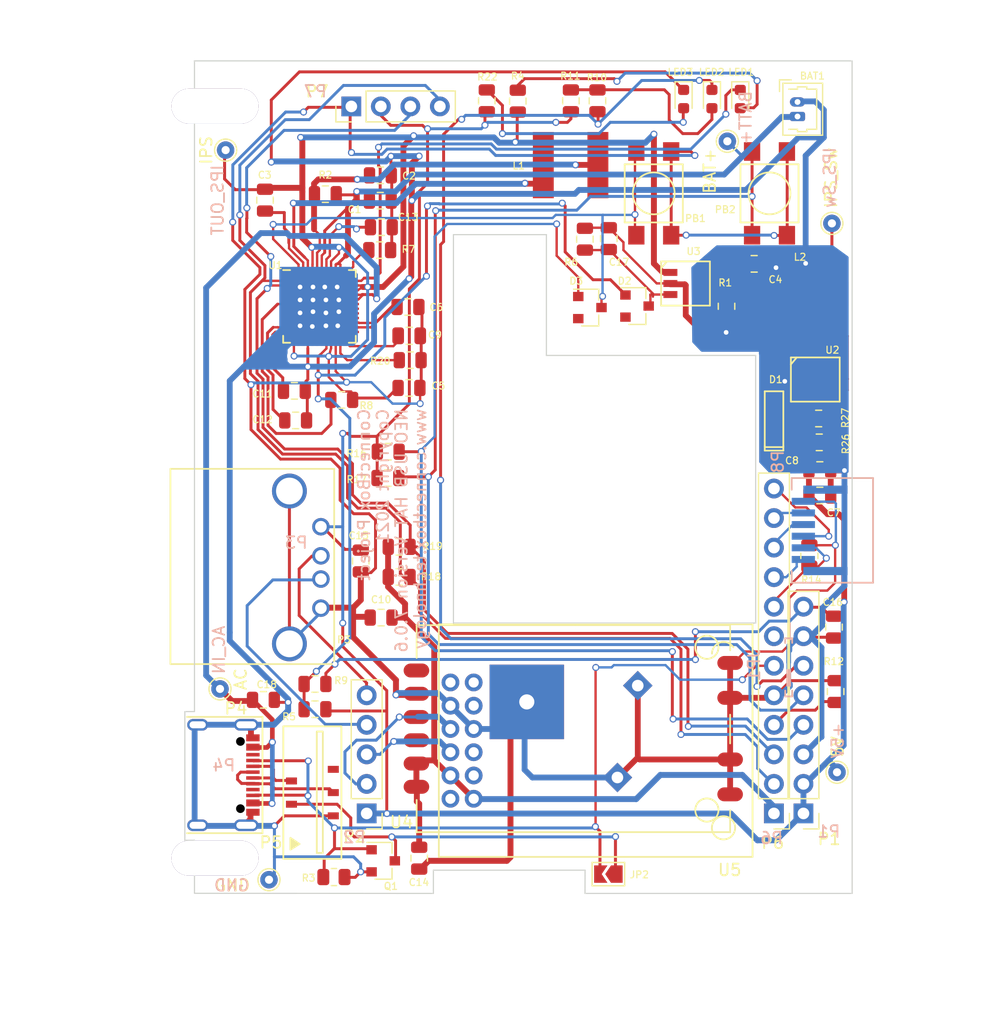
<source format=kicad_pcb>
(kicad_pcb (version 20210722) (generator pcbnew)
  (title_block (title "ConnectBox HAT 7") (date "2021-09-21") (rev "7.0.7") (company "ConnectBox") (comment 1 "JRA"))
  (layers (0 "F.Cu" signal) (31 "B.Cu" signal) (34 "B.Paste" user) (35 "F.Paste" user) (36 "B.SilkS" user "B.Silkscreen") (37 "F.SilkS" user "F.Silkscreen") (38 "B.Mask" user) (39 "F.Mask" user) (44 "Edge.Cuts" user))
  (net 0 "")
  (net 1 "Net-(L1-Pad2)")
  (net 2 "Net-(D3-Pad2)")
  (net 3 "/SPI0_CLK")
  (net 4 "Net-(LED3-Pad2)")
  (net 5 "Net-(C2-Pad1)")
  (net 6 "Net-(C6-Pad2)")
  (net 7 "Net-(C9-Pad2)")
  (net 8 "Net-(D1-Pad2)")
  (net 9 "/SDA")
  (net 10 "/SCL")
  (net 11 "Net-(R7-Pad1)")
  (net 12 "Net-(R8-Pad1)")
  (net 13 "Net-(R20-Pad2)")
  (net 14 "Net-(R26-Pad2)")
  (net 15 "/IPS_OUT")
  (net 16 "/5V_OUT")
  (net 17 "/AC_IN")
  (net 18 "/A_GND")
  (net 19 "/3v3")
  (net 20 "Net-(C11-Pad2)")
  (net 21 "Net-(C12-Pad2)")
  (net 22 "Net-(C13-Pad2)")
  (net 23 "Net-(C4-Pad1)")
  (net 24 "Net-(R1-Pad1)")
  (net 25 "/SPI0_MISO")
  (net 26 "/PG6")
  (net 27 "/PG7")
  (net 28 "/SPI0_MOSI")
  (net 29 "Net-(C16-Pad2)")
  (net 30 "Net-(C17-Pad1)")
  (net 31 "/PG11")
  (net 32 "GND")
  (net 33 "/Power control/BAT+")
  (net 34 "/Power control/EXT_EN")
  (net 35 "Net-(LED1-Pad1)")
  (net 36 "Net-(LED1-Pad2)")
  (net 37 "Net-(LED2-Pad2)")
  (net 38 "Net-(LED2-Pad1)")
  (net 40 "Net-(P2-Pad2)")
  (net 41 "Net-(P2-Pad3)")
  (net 42 "Net-(P2-Pad4)")
  (net 43 "Net-(P2-Pad5)")
  (net 44 "/3v3a")
  (net 45 "/PA3")
  (net 46 "Net-(P4-PadA6)")
  (net 47 "Net-(P4-PadA7)")
  (net 48 "/PA0")
  (net 49 "Net-(JP2-Pad1)")
  (footprint "CustomComponents:SW-TL3305" (layer "F.Cu") (at 169.4368 74.1 90)
    (fp_text reference "PB1")
    (fp_text value "SPST-PUSH")
  )
  (footprint "CustomComponents:SOT-23-6a" (layer "F.Cu") (at 183.34 90.11)
    (fp_text reference "U2")
    (fp_text value "MT3608")
  )
  (footprint "Resistor_SMD:R_0805_2012Metric" (layer "F.Cu") (at 175.7 83.81 -90)
    (fp_text reference "R1")
    (fp_text value "162")
  )
  (footprint "CustomComponents:SOT-23-6a" (layer "F.Cu") (at 172.17 81.85)
    (fp_text reference "U3")
    (fp_text value "MIC2019")
  )
  (footprint "CustomComponents:INDUCTOR_SMD_6x6-1" (layer "F.Cu") (at 162.28 71.67 -90)
    (fp_text reference "L1")
    (fp_text value "4.7 uH")
  )
  (footprint "CustomComponents:SOD-123FL" (layer "F.Cu") (at 179.79 93.42 90)
    (fp_text reference "D1")
    (fp_text value "NRVTS260ESFT1G")
  )
  (footprint "CustomComponents:UQFN-48-1EP_6x6mm_Pitch0.4mm_75" (layer "F.Cu") (at 140.6652 83.82)
    (fp_text reference "U1")
    (fp_text value "AXP209")
  )
  (footprint "CustomComponents:USB_A" (layer "F.Cu") (at 140.79008 102.76754 -90)
    (fp_text reference "P3")
    (fp_text value "USB_A_1")
  )
  (footprint "Connector_PinHeader_2.54mm:PinHeader_1x08_P2.54mm_Vertical" (layer "F.Cu") (at 182.3212 127.422 180)
    (fp_text reference "P1")
    (fp_text value "Conn_01x08")
  )
  (footprint "CustomComponents:Molex PicoBlade 53047-0210 - (swapped pins)" (layer "F.Cu") (at 181.81 66.24 -90)
    (fp_text reference "BAT1")
    (fp_text value "Molex PicoBlade 53047-0210")
  )
  (footprint "Resistor_SMD:R_0805_2012Metric" (layer "F.Cu") (at 140.28 118.46 180)
    (fp_text reference "R5")
    (fp_text value "51K")
  )
  (footprint "Capacitor_SMD:C_0805_2012Metric" (layer "F.Cu") (at 165.57 77.99 90)
    (fp_text reference "C17")
    (fp_text value "22uF")
  )
  (footprint "Resistor_SMD:R_0805_2012Metric" (layer "F.Cu") (at 163.51 78.04 90)
    (fp_text reference "R6")
    (fp_text value "220K")
  )
  (footprint "Diode_SMD:D_SOT-23_ANK" (layer "F.Cu") (at 168 83.79)
    (fp_text reference "D2")
    (fp_text value "MMBD914")
  )
  (footprint "TestPoint:TestPoint_THTPad_D1.5mm_Drill0.7mm" (layer "F.Cu") (at 132.1054 116.713)
    (fp_text reference "TP1" hide)
    (fp_text value "AC_IN")
  )
  (footprint "TestPoint:TestPoint_THTPad_D1.5mm_Drill0.7mm" (layer "F.Cu") (at 175.77 69.62)
    (fp_text reference "TP2" hide)
    (fp_text value "Bat+")
  )
  (footprint "TestPoint:TestPoint_THTPad_D1.5mm_Drill0.7mm" (layer "F.Cu") (at 136.3218 133.1214)
    (fp_text reference "TP3" hide)
    (fp_text value "Gnd")
  )
  (footprint "TestPoint:TestPoint_THTPad_D1.5mm_Drill0.7mm" (layer "F.Cu") (at 132.59 70.38)
    (fp_text reference "TP4" hide)
    (fp_text value "IPS")
  )
  (footprint "TestPoint:TestPoint_THTPad_D1.5mm_Drill0.7mm" (layer "F.Cu") (at 185.21 123.88)
    (fp_text reference "TP5" hide)
    (fp_text value "5V")
  )
  (footprint "Resistor_SMD:R_0805_2012Metric" (layer "F.Cu") (at 185.09 116.94 90)
    (fp_text reference "R12")
    (fp_text value "2.2K")
  )
  (footprint "Capacitor_SMD:C_0805_2012Metric" (layer "F.Cu") (at 145.9 74.73)
    (fp_text reference "C1")
    (fp_text value "10uF")
  )
  (footprint "Capacitor_SMD:C_0805_2012Metric" (layer "F.Cu") (at 145.91 72.55)
    (fp_text reference "C2")
    (fp_text value "10uF")
  )
  (footprint "Capacitor_SMD:C_0805_2012Metric" (layer "F.Cu") (at 135.98 74.6825 -90)
    (fp_text reference "C3")
    (fp_text value "10uF")
  )
  (footprint "Capacitor_SMD:C_0805_2012Metric" (layer "F.Cu") (at 178.08 80.16)
    (fp_text reference "C4")
    (fp_text value "10uF")
  )
  (footprint "Capacitor_SMD:C_0805_2012Metric" (layer "F.Cu") (at 148.3708 90.8304 180)
    (fp_text reference "C5")
    (fp_text value "10uF")
  )
  (footprint "Capacitor_SMD:C_0805_2012Metric" (layer "F.Cu") (at 148.2852 83.8708 180)
    (fp_text reference "C6")
    (fp_text value "1uF")
  )
  (footprint "Capacitor_SMD:C_0805_2012Metric" (layer "F.Cu") (at 183.73 100.08)
    (fp_text reference "C7")
    (fp_text value "22uF")
  )
  (footprint "Capacitor_SMD:C_0805_2012Metric" (layer "F.Cu") (at 183.73 97.89)
    (fp_text reference "C8")
    (fp_text value "22uF")
  )
  (footprint "Capacitor_SMD:C_0805_2012Metric" (layer "F.Cu") (at 145.97 110.58 180)
    (fp_text reference "C10")
    (fp_text value "1uF")
  )
  (footprint "Capacitor_SMD:C_0805_2012Metric" (layer "F.Cu") (at 138.5062 91.0844 180)
    (fp_text reference "C11")
    (fp_text value "4.7uF")
  )
  (footprint "Capacitor_SMD:C_0805_2012Metric" (layer "F.Cu") (at 138.6172 93.6244 180)
    (fp_text reference "C12")
    (fp_text value "4.7uF")
  )
  (footprint "Capacitor_SMD:C_0805_2012Metric" (layer "F.Cu") (at 145.99 77.01 180)
    (fp_text reference "C13")
    (fp_text value "4.7uF")
  )
  (footprint "Capacitor_SMD:C_0805_2012Metric" (layer "F.Cu") (at 149.2504 131.2672 -90)
    (fp_text reference "C14")
    (fp_text value "22uF")
  )
  (footprint "Capacitor_SMD:C_0805_2012Metric" (layer "F.Cu") (at 144.2212 105.7148 90)
    (fp_text reference "C15")
    (fp_text value "22uF")
  )
  (footprint "Resistor_SMD:R_0805_2012Metric" (layer "F.Cu") (at 141.1732 74.168 180)
    (fp_text reference "R2")
    (fp_text value "0.03 ohm")
  )
  (footprint "Resistor_SMD:R_0805_2012Metric" (layer "F.Cu") (at 157.734 66.167 90)
    (fp_text reference "R4")
    (fp_text value "1.8K")
  )
  (footprint "Resistor_SMD:R_0805_2012Metric" (layer "F.Cu") (at 145.8525 78.98)
    (fp_text reference "R7")
    (fp_text value "100")
  )
  (footprint "Resistor_SMD:R_0805_2012Metric" (layer "F.Cu") (at 142.58 91.86)
    (fp_text reference "R8")
    (fp_text value "10K")
  )
  (footprint "Resistor_SMD:R_0805_2012Metric" (layer "F.Cu") (at 164.592 66.1416 -90)
    (fp_text reference "R10")
    (fp_text value "1K")
  )
  (footprint "Resistor_SMD:R_0805_2012Metric" (layer "F.Cu") (at 162.306 66.1416 90)
    (fp_text reference "R11")
    (fp_text value "1K")
  )
  (footprint "Resistor_SMD:R_0805_2012Metric" (layer "F.Cu") (at 146.5834 96.3168 180)
    (fp_text reference "R16")
    (fp_text value "10K")
  )
  (footprint "Resistor_SMD:R_0805_2012Metric" (layer "F.Cu") (at 146.558 98.5774 180)
    (fp_text reference "R17")
    (fp_text value "10K")
  )
  (footprint "Resistor_SMD:R_0805_2012Metric" (layer "F.Cu") (at 147.5232 107.0864 180)
    (fp_text reference "R18")
    (fp_text value "2.2K")
  )
  (footprint "Resistor_SMD:R_0805_2012Metric" (layer "F.Cu") (at 147.5232 104.4956 180)
    (fp_text reference "R19")
    (fp_text value "2.2K")
  )
  (footprint "Resistor_SMD:R_0805_2012Metric" (layer "F.Cu") (at 148.4732 88.4428 180)
    (fp_text reference "R20")
    (fp_text value "200K")
  )
  (footprint "Resistor_SMD:R_0805_2012Metric" (layer "F.Cu") (at 155.067 66.1416 90)
    (fp_text reference "R22")
    (fp_text value "1K")
  )
  (footprint "Resistor_SMD:R_0805_2012Metric" (layer "F.Cu") (at 183.68 95.51)
    (fp_text reference "R26")
    (fp_text value "200K")
  )
  (footprint "Resistor_SMD:R_0805_2012Metric" (layer "F.Cu") (at 183.63 93.46 180)
    (fp_text reference "R27")
    (fp_text value "27.0K")
  )
  (footprint "Capacitor_SMD:C_0805_2012Metric" (layer "F.Cu") (at 184.95 111.4 90)
    (fp_text reference "C16")
    (fp_text value "10uF")
  )
  (footprint "CustomComponents:SW-TL3305" (layer "F.Cu") (at 179.3988 74.1 90)
    (fp_text reference "PB2")
    (fp_text value "SPST-PUSH")
  )
  (footprint "Resistor_SMD:R_0805_2012Metric" (layer "F.Cu") (at 140.28 116.29)
    (fp_text reference "R9")
    (fp_text value "1K")
  )
  (footprint "Connector_PinHeader_2.54mm:PinHeader_1x04_P2.54mm_Vertical" (layer "F.Cu") (at 143.4084 66.6244 90)
    (fp_text reference "P7")
    (fp_text value "Conn_01x04")
  )
  (footprint "LED_SMD:LED_0603_1608Metric" (layer "F.Cu") (at 176.8836 65.9892 -90)
    (fp_text reference "LED1")
    (fp_text value "Red")
  )
  (footprint "LED_SMD:LED_0603_1608Metric" (layer "F.Cu") (at 174.4452 65.9892 -90)
    (fp_text reference "LED2")
    (fp_text value "Amber")
  )
  (footprint "LED_SMD:LED_0603_1608Metric" (layer "F.Cu") (at 172.0068 65.9892 -90)
    (fp_text reference "LED3")
    (fp_text value "Green")
  )
  (footprint "Capacitor_SMD:C_0805_2012Metric" (layer "F.Cu") (at 135.8415 117.6528)
    (fp_text reference "C18")
    (fp_text value "22uF")
  )
  (footprint "CustomComponents:INDUCTOR_SMD_6x6-1" (layer "F.Cu") (at 180.2318 84.3774 -90)
    (fp_text reference "L2")
    (fp_text value "4.7 uH")
  )
  (footprint "TestPoint:TestPoint_THTPad_D1.5mm_Drill0.7mm" (layer "F.Cu") (at 184.77 76.68)
    (fp_text reference "TP6" hide)
    (fp_text value "IPS_Sw")
  )
  (footprint "CustomComponents:HC-R8812AU2-th-1" (layer "F.Cu") (at 162.51 120.13 -90)
    (fp_text reference "U4")
    (fp_text value "HC-R8812AF1")
  )
  (footprint "CustomComponents:NetConnect-50" (layer "F.Cu") (at 181.05 114.26 90)
    (fp_text reference "JP1")
    (fp_text value "Jumper_NC_Small")
  )
  (footprint "Resistor_SMD:R_0805_2012Metric" (layer "F.Cu") (at 141.9098 132.8928)
    (fp_text reference "R3")
    (fp_text value "10K")
  )
  (footprint "CustomComponents:Slot_3x7.5" (layer "F.Cu") (at 125.14 132.35)
    (fp_text reference "REF**" hide)
    (fp_text value "Slot_3x7.5")
  )
  (footprint "CustomComponents:F12ASUM13-W2" (layer "F.Cu") (at 164.4396 121.158 -90)
    (fp_text reference "U5")
    (fp_text value "F12ASUM13-W2")
  )
  (footprint "Connector_PinHeader_2.54mm:PinHeader_1x05_P2.54mm_Vertical" (layer "F.Cu") (at 144.7292 127.422 180)
    (fp_text reference "P2")
    (fp_text value "Conn_01x05")
  )
  (footprint "Capacitor_SMD:C_0805_2012Metric" (layer "F.Cu") (at 148.39 86.35 180)
    (fp_text reference "C9")
    (fp_text value "1uF")
  )
  (footprint "Connector_PinHeader_2.54mm:PinHeader_1x12_P2.54mm_Vertical" (layer "F.Cu") (at 179.7812 127.422 180)
    (fp_text reference "P6")
    (fp_text value "Conn_01x12")
  )
  (footprint "Diode_SMD:D_SOT-23_ANK" (layer "F.Cu") (at 163.94 83.92)
    (fp_text reference "D3")
    (fp_text value "MMBD914")
  )
  (footprint "Jumper:SolderJumper-2_P1.3mm_Open_TrianglePad1.0x1.5mm" (layer "F.Cu") (at 165.5318 132.6388 180)
    (fp_text reference "JP2")
    (fp_text value "SolderJumper_2_Open")
  )
  (footprint "CustomComponents:SFW5S-2STE1LF" (layer "F.Cu") (at 140.0556 125.6284 90)
    (fp_text reference "P5")
    (fp_text value "Conn_01x05")
  )
  (footprint "MountingHole:MountingHole_3mm" (layer "F.Cu") (at 186.18 136.96)
    (fp_text reference "REF**" hide)
    (fp_text value "MountingHole_3mm")
  )
  (footprint "CustomComponents:Slot_3x7.5" (layer "F.Cu") (at 130.06 64.07)
    (fp_text reference "REF**" hide)
    (fp_text value "Slot_3x7.5")
  )
  (footprint "CustomComponents:USB-C-GCT" (layer "F.Cu") (at 134.3625 124.12 -90)
    (fp_text reference "P4")
    (fp_text value "USB-C")
  )
  (footprint "Package_TO_SOT_SMD:SOT-23" (layer "F.Cu") (at 146.1516 131.4958)
    (fp_text reference "Q1")
    (fp_text value "2N7002")
  )
  (footprint "Resistor_SMD:R_0805_2012Metric" (layer "F.Cu") (at 182.83 105.27 90)
    (fp_text reference "R14")
    (fp_text value "2.2K")
  )
  (footprint "CustomComponents:SFW6R-1STE1LF" (layer "B.Cu") (at 182.31 102.58 -90)
    (fp_text reference "P8")
    (fp_text value "Conn_01x06")
  )
  (gr_line (start 186.5122 134.3) (end 163.52 134.3) (layer "Edge.Cuts") (width 0.1))
  (gr_line (start 129.91 129.73) (end 129.08 129.73) (layer "Edge.Cuts") (width 0.1))
  (gr_line (start 129.91 118.66) (end 129.91 62.71) (layer "Edge.Cuts") (width 0.1))
  (gr_line (start 129.08 118.66) (end 129.89 118.66) (layer "Edge.Cuts") (width 0.1))
  (gr_line (start 163.5252 132.3) (end 150.47 132.3) (layer "Edge.Cuts") (width 0.1))
  (gr_line (start 150.47 132.3) (end 150.47 134.29) (layer "Edge.Cuts") (width 0.1))
  (gr_line (start 129.08 129.71) (end 129.08 118.68) (layer "Edge.Cuts") (width 0.1))
  (gr_line (start 160.1968 88.0364) (end 178.2064 88.0364) (layer "Edge.Cuts") (width 0.1))
  (gr_line (start 178.2064 88.0364) (end 178.21 111.05) (angle 90) (layer "Edge.Cuts") (width 0.1))
  (gr_line (start 186.5056 62.708) (end 129.8956 62.708) (angle 90) (layer "Edge.Cuts") (width 0.1))
  (gr_line (start 186.5122 134.3) (end 186.5056 62.708) (angle 90) (layer "Edge.Cuts") (width 0.1))
  (gr_line (start 152.1968 111.0488) (end 152.1968 88) (angle 90) (layer "Edge.Cuts") (width 0.1))
  (gr_line (start 160.1968 77.65) (end 160.1968 88.0364) (layer "Edge.Cuts") (width 0.1))
  (gr_line (start 152.1968 77.65) (end 160.1968 77.65) (layer "Edge.Cuts") (width 0.1))
  (gr_line (start 178.21 111.05) (end 152.1968 111.0488) (angle 90) (layer "Edge.Cuts") (width 0.1))
  (gr_line (start 152.1968 88) (end 152.1968 77.65) (layer "Edge.Cuts") (width 0.1))
  (gr_line (start 129.91 134.29) (end 150.4696 134.3) (layer "Edge.Cuts") (width 0.1))
  (gr_line (start 163.52 134.3) (end 163.5252 132.3) (layer "Edge.Cuts") (width 0.1))
  (gr_line (start 129.91 134.26) (end 129.91 129.73) (layer "Edge.Cuts") (width 0.1))
  (gr_text "+5V" (at 185.2676 121.158 90) (layer "B.SilkS") (effects (font (size 1 1)) (justify mirror)))
  (gr_text "BATT+" (at 177.34 67.6 90) (layer "B.SilkS") (effects (font (size 1 1)) (justify mirror)))
  (gr_text "P4" (at 132.4356 123.2916) (layer "B.SilkS") (effects (font (size 1 1)) (justify mirror)))
  (gr_text "IPS_Sw" (at 184.58 72.74 90) (layer "B.SilkS") (effects (font (size 1 1)) (justify mirror)))
  (gr_text "AC_IN" (at 132.01 113.36 90) (layer "B.SilkS") (effects (font (size 1 1)) (justify mirror)))
  (gr_text "IPS_OUT" (at 131.9 74.68 90) (layer "B.SilkS") (effects (font (size 1 1)) (justify mirror)))
  (gr_text "P1" (at 184.5056 128.9812) (layer "B.SilkS") (effects (font (size 1 1)) (justify mirror)))
  (gr_text "GND" (at 133.1214 133.604) (layer "B.SilkS") (effects (font (size 1 1)) (justify mirror)))
  (gr_text "P3" (at 138.66 104.14) (layer "B.SilkS") (effects (font (size 1 1)) (justify mirror)))
  (gr_text "ConnectBox Project\nCopyright 2021\nNEO USB HAT Version 7.0.6\nwww.connectbox.technology" (at 146.920001 92.52999 90) (layer "B.SilkS") (effects (font (size 1 1)) (justify left mirror)))
  (gr_text "P6" (at 179.578 129.54) (layer "B.SilkS") (effects (font (size 1 1)) (justify mirror)))
  (gr_text "P2" (at 143.6624 129.4638) (layer "B.SilkS") (effects (font (size 1 1)) (justify mirror)))
  (gr_text "P7" (at 140.3096 65.3288) (layer "B.SilkS") (effects (font (size 1 1)) (justify mirror)))
  (gr_text "AC" (at 133.8834 115.8748 90) (layer "F.SilkS") (effects (font (size 1 1))))
  (gr_text "BAT+" (at 174.25 72.19 90) (layer "F.SilkS") (effects (font (size 1 1))))
  (gr_text "IPS" (at 130.92 70.39 90) (layer "F.SilkS") (effects (font (size 1 1))))
  (gr_text "5V" (at 185.2676 121.6914 90) (layer "F.SilkS") (effects (font (size 1 1))))
  (gr_text "GND" (at 133.1722 133.604) (layer "F.SilkS") (effects (font (size 1 1))))
  (gr_text "IPS_Sw" (at 184.7 72.76 90) (layer "F.SilkS") (effects (font (size 1 1))))
  (segment (start 138.4585 78.6669) (end 139.406002 79.614402) (width 0.25) (layer "F.Cu") (net 1))
  (segment (start 139.6652 80.82) (end 139.6652 79.8736) (width 0.2) (layer "F.Cu") (net 1))
  (segment (start 158.39 73.27) (end 159.38 73.27) (width 0.5) (layer "F.Cu") (net 1))
  (segment (start 138.4585 74.9785) (end 138.4585 78.6669) (width 0.25) (layer "F.Cu") (net 1))
  (segment (start 158.35 73.23) (end 158.39 73.27) (width 0.5) (layer "F.Cu") (net 1))
  (segment (start 138.42 74.94) (end 138.4585 74.9785) (width 0.25) (layer "F.Cu") (net 1))
  (segment (start 139.6652 79.8736) (end 139.406002 79.614402) (width 0.2) (layer "F.Cu") (net 1))
  (via (at 158.35 73.23) (size 0.6) (drill 0.4) (layers "F.Cu" "B.Cu") (net 1))
  (via (at 138.42 74.94) (size 0.6) (drill 0.4) (layers "F.Cu" "B.Cu") (net 1))
  (segment (start 158.29952 73.28048) (end 148.93952 73.28048) (width 0.5) (layer "B.Cu") (net 1))
  (segment (start 148.93952 73.28048) (end 147.28 74.94) (width 0.5) (layer "B.Cu") (net 1))
  (segment (start 158.35 73.23) (end 158.29952 73.28048) (width 0.5) (layer "B.Cu") (net 1))
  (segment (start 147.28 74.94) (end 138.42 74.94) (width 0.5) (layer "B.Cu") (net 1))
  (segment (start 161.08 79.46) (end 162.94 81.32) (width 0.2) (layer "F.Cu") (net 2))
  (segment (start 162.94 82.97) (end 162.94 81.32) (width 0.2) (layer "F.Cu") (net 2))
  (segment (start 161.08 79.46) (end 161.08 76.73) (width 0.2) (layer "F.Cu") (net 2))
  (segment (start 171.037553 119.237553) (end 171.037553 113.5045) (width 0.25) (layer "F.Cu") (net 2))
  (segment (start 171.1 119.3) (end 171.037553 119.237553) (width 0.25) (layer "F.Cu") (net 2))
  (segment (start 149.4028 96.3168) (end 149.4282 96.2914) (width 0.25) (layer "F.Cu") (net 2))
  (segment (start 147.5334 96.3168) (end 149.4028 96.3168) (width 0.25) (layer "F.Cu") (net 2))
  (via (at 149.4282 96.2914) (size 0.6) (drill 0.4) (layers "F.Cu" "B.Cu") (net 2))
  (via (at 161.08 76.73) (size 0.6) (drill 0.4) (layers "F.Cu" "B.Cu") (net 2))
  (via (at 171.037553 113.5045) (size 0.6) (drill 0.4) (layers "F.Cu" "B.Cu") (net 2))
  (via (at 171.1 119.3) (size 0.6) (drill 0.4) (layers "F.Cu" "B.Cu") (net 2))
  (segment (start 170.963053 113.43) (end 171.037553 113.5045) (width 0.25) (layer "B.Cu") (net 2))
  (segment (start 179.235261 121.05) (end 181.0732 121.05) (width 0.25) (layer "B.Cu") (net 2))
  (segment (start 149.4282 112.2182) (end 150.64 113.43) (width 0.25) (layer "B.Cu") (net 2))
  (segment (start 151.66 76.73) (end 150.58 77.81) (width 0.2) (layer "B.Cu") (net 2))
  (segment (start 171.1 119.3) (end 177.485261 119.3) (width 0.25) (layer "B.Cu") (net 2))
  (segment (start 177.485261 119.3) (end 179.235261 121.05) (width 0.25) (layer "B.Cu") (net 2))
  (segment (start 150.64 113.43) (end 170.963053 113.43) (width 0.25) (layer "B.Cu") (net 2))
  (segment (start 181.0732 121.05) (end 182.3212 119.802) (width 0.25) (layer "B.Cu") (net 2))
  (segment (start 149.4282 96.1618) (end 149.4282 96.2914) (width 0.2) (layer "B.Cu") (net 2))
  (segment (start 150.58 95.01) (end 149.4282 96.1618) (width 0.2) (layer "B.Cu") (net 2))
  (segment (start 150.58 77.81) (end 150.58 95.01) (width 0.2) (layer "B.Cu") (net 2))
  (segment (start 149.4282 96.2914) (end 149.4282 112.2182) (width 0.25) (layer "B.Cu") (net 2))
  (segment (start 161.08 76.73) (end 151.66 76.73) (width 0.2) (layer "B.Cu") (net 2))
  (segment (start 184.498 103.028) (end 182.58 101.11) (width 0.2) (layer "F.Cu") (net 3))
  (segment (start 182.58 101.11) (end 181.62 101.11) (width 0.2) (layer "F.Cu") (net 3))
  (segment (start 184.498 103.58) (end 184.498 103.028) (width 0.2) (layer "F.Cu") (net 3))
  (segment (start 181.62 101.11) (end 179.96 99.45) (width 0.2) (layer "F.Cu") (net 3))
  (via (at 184.498 103.58) (size 0.6) (drill 0.4) (layers "F.Cu" "B.Cu") (net 3))
  (segment (start 182.31 103.58) (end 184.498 103.58) (width 0.2) (layer "B.Cu") (net 3))
  (segment (start 184.5 103.58) (end 184.498 103.58) (width 0.2) (layer "B.Cu") (net 3))
  (segment (start 156.4132 66.5378) (end 156.4132 68.961) (width 0.25) (layer "F.Cu") (net 4))
  (segment (start 155.067 65.1916) (end 156.4132 66.5378) (width 0.25) (layer "F.Cu") (net 4))
  (segment (start 171.974693 66.770607) (end 171.974693 67.987093) (width 0.25) (layer "F.Cu") (net 4))
  (via (at 171.974693 67.987093) (size 0.6) (drill 0.4) (layers "F.Cu" "B.Cu") (net 4))
  (via (at 156.4132 68.961) (size 0.6) (drill 0.4) (layers "F.Cu" "B.Cu") (net 4))
  (segment (start 165.695677 67.99) (end 171.971786 67.99) (width 0.25) (layer "B.Cu") (net 4))
  (segment (start 156.4132 68.961) (end 164.724677 68.961) (width 0.25) (layer "B.Cu") (net 4))
  (segment (start 164.724677 68.961) (end 165.695677 67.99) (width 0.25) (layer "B.Cu") (net 4))
  (segment (start 171.971786 67.99) (end 171.974693 67.987093) (width 0.25) (layer "B.Cu") (net 4))
  (segment (start 140.690723 77.680723) (end 140.2 77.19) (width 0.2) (layer "F.Cu") (net 5))
  (segment (start 140.2 77.19) (end 140.2 73.2616) (width 0.5) (layer "F.Cu") (net 5))
  (segment (start 140.5636 72.898) (end 143.9164 72.898) (width 0.5) (layer "F.Cu") (net 5))
  (segment (start 140.690723 78.979799) (end 140.690723 77.680723) (width 0.2) (layer "F.Cu") (net 5))
  (segment (start 140.4652 80.82) (end 140.4652 79.205322) (width 0.2) (layer "F.Cu") (net 5))
  (segment (start 140.2 73.2616) (end 140.5636 72.898) (width 0.5) (layer "F.Cu") (net 5))
  (segment (start 145.2786 72.898) (end 143.9164 72.898) (width 0.25) (layer "F.Cu") (net 5))
  (segment (start 140.4652 79.205322) (end 140.690723 78.979799) (width 0.2) (layer "F.Cu") (net 5))
  (segment (start 162.7 71.65) (end 164.61 71.65) (width 0.5) (layer "F.Cu") (net 5))
  (via (at 162.7 71.65) (size 0.6) (drill 0.4) (layers "F.Cu" "B.Cu") (net 5))
  (via (at 143.9164 72.898) (size 0.6) (drill 0.4) (layers "F.Cu" "B.Cu") (net 5))
  (segment (start 162.674011 71.624011) (end 147.072633 71.624011) (width 0.5) (layer "B.Cu") (net 5))
  (segment (start 147.072633 71.624011) (end 145.798644 72.898) (width 0.5) (layer "B.Cu") (net 5))
  (segment (start 162.7 71.65) (end 162.674011 71.624011) (width 0.5) (layer "B.Cu") (net 5))
  (segment (start 145.798644 72.898) (end 143.9164 72.898) (width 0.5) (layer "B.Cu") (net 5))
  (segment (start 145.1136 85.62) (end 147.32 83.4136) (width 0.25) (layer "F.Cu") (net 6))
  (segment (start 144.0404 85.22) (end 144.0628 85.2424) (width 0.2) (layer "F.Cu") (net 6))
  (segment (start 143.6652 85.22) (end 144.0404 85.22) (width 0.2) (layer "F.Cu") (net 6))
  (segment (start 144.0628 85.2424) (end 145.4912 85.2424) (width 0.2) (layer "F.Cu") (net 6))
  (segment (start 145.1136 85.62) (end 143.6652 85.62) (width 0.2) (layer "F.Cu") (net 6))
  (segment (start 143.2852 87.24) (end 142.8652 86.82) (width 0.2) (layer "F.Cu") (net 7))
  (segment (start 147.02 87.24) (end 143.2852 87.24) (width 0.2) (layer "F.Cu") (net 7))
  (segment (start 147.4216 86.8384) (end 147.02 87.24) (width 0.2) (layer "F.Cu") (net 7))
  (segment (start 179.9844 85.08) (end 179.9844 89.2244) (width 0.5) (layer "F.Cu") (net 8))
  (segment (start 179.9844 89.2244) (end 179.9844 91.9556) (width 0.5) (layer "F.Cu") (net 8))
  (segment (start 179.9844 85.08) (end 179.2818 84.3774) (width 0.5) (layer "F.Cu") (net 8))
  (segment (start 179.9844 89.2244) (end 181.9744 89.2244) (width 0.5) (layer "F.Cu") (net 8))
  (segment (start 179.2818 84.3774) (end 177.8818 84.3774) (width 0.5) (layer "F.Cu") (net 8))
  (segment (start 181.9744 89.2244) (end 181.98 89.23) (width 0.5) (layer "F.Cu") (net 8))
  (segment (start 171.78 113.31) (end 170.84 112.37) (width 0.25) (layer "F.Cu") (net 9))
  (segment (start 170.84 112.37) (end 151.512566 112.37) (width 0.25) (layer "F.Cu") (net 9))
  (segment (start 149.27808 110.135514) (end 149.27808 107.97808) (width 0.25) (layer "F.Cu") (net 9))
  (segment (start 146.4056 101.1682) (end 143.9672 101.1682) (width 0.25) (layer "F.Cu") (net 9))
  (segment (start 135.377401 90.260599) (end 134.7216 89.604798) (width 0.25) (layer "F.Cu") (net 9))
  (segment (start 151.512566 112.37) (end 149.27808 110.135514) (width 0.25) (layer "F.Cu") (net 9))
  (segment (start 135.971023 81.372452) (end 135.971023 80.303611) (width 0.25) (layer "F.Cu") (net 9))
  (segment (start 142.0622 96.52) (end 137.488725 96.519999) (width 0.25) (layer "F.Cu") (net 9))
  (segment (start 137.6652 81.62) (end 135.723475 81.62) (width 0.2) (layer "F.Cu") (net 9))
  (segment (start 134.7216 82.621875) (end 135.971023 81.372452) (width 0.25) (layer "F.Cu") (net 9))
  (segment (start 134.7216 89.604798) (end 134.7216 82.621875) (width 0.25) (layer "F.Cu") (net 9))
  (segment (start 149.27808 107.97808) (end 148.42 107.12) (width 0.25) (layer "F.Cu") (net 9))
  (segment (start 137.488725 96.519999) (end 135.377401 94.408675) (width 0.25) (layer "F.Cu") (net 9))
  (segment (start 135.377401 94.408675) (end 135.377401 90.260599) (width 0.25) (layer "F.Cu") (net 9))
  (segment (start 171.78 120.63) (end 171.78 113.31) (width 0.25) (layer "F.Cu") (net 9))
  (segment (start 133.8145 78.147088) (end 133.8145 75.95526) (width 0.25) (layer "F.Cu") (net 9))
  (segment (start 135.971023 80.303611) (end 133.8145 78.147088) (width 0.25) (layer "F.Cu") (net 9))
  (segment (start 147.6248 106.8048) (end 147.94 107.12) (width 0.25) (layer "F.Cu") (net 9))
  (segment (start 147.6248 102.3874) (end 147.6248 106.8048) (width 0.25) (layer "F.Cu") (net 9))
  (segment (start 147.94 107.12) (end 148.5 107.12) (width 0.25) (layer "F.Cu") (net 9))
  (segment (start 143.9672 101.1682) (end 143.0782 100.2792) (width 0.25) (layer "F.Cu") (net 9))
  (segment (start 143.0782 97.536) (end 142.0622 96.52) (width 0.25) (layer "F.Cu") (net 9))
  (segment (start 143.0782 100.2792) (end 143.0782 97.536) (width 0.25) (layer "F.Cu") (net 9))
  (segment (start 147.6248 102.3874) (end 146.4056 101.1682) (width 0.25) (layer "F.Cu") (net 9))
  (via (at 171.78 120.63) (size 0.6) (drill 0.4) (layers "F.Cu" "B.Cu") (net 9))
  (via (at 133.8145 75.95526) (size 0.6) (drill 0.4) (layers "F.Cu" "B.Cu") (net 9))
  (segment (start 133.8145 75.95526) (end 133.8145 71.6715) (width 0.25) (layer "B.Cu") (net 9))
  (segment (start 142.729002 64.8208) (end 149.7838 64.8208) (width 0.25) (layer "B.Cu") (net 9))
  (segment (start 171.78 120.63) (end 177.31 120.63) (width 0.25) (layer "B.Cu") (net 9))
  (segment (start 133.8145 71.6715) (end 137.723399 67.762601) (width 0.25) (layer "B.Cu") (net 9))
  (segment (start 178.38 123.55) (end 179.74 124.91) (width 0.25) (layer "B.Cu") (net 9))
  (segment (start 137.723399 67.762601) (end 139.787201 67.762601) (width 0.25) (layer "B.Cu") (net 9))
  (segment (start 177.31 120.63) (end 178.38 121.7) (width 0.25) (layer "B.Cu") (net 9))
  (segment (start 149.7838 64.8208) (end 151.0284 66.0654) (width 0.25) (layer "B.Cu") (net 9))
  (segment (start 178.38 121.7) (end 178.38 123.55) (width 0.25) (layer "B.Cu") (net 9))
  (segment (start 139.787201 67.762601) (end 142.729002 64.8208) (width 0.25) (layer "B.Cu") (net 9))
  (segment (start 143.508211 100.023411) (end 143.508211 97.357884) (width 0.25) (layer "F.Cu") (net 10))
  (segment (start 137.6652 82.02) (end 136.425599 82.02) (width 0.2) (layer "F.Cu") (net 10))
  (segment (start 137.665052 96.0882) (end 135.807412 94.23056) (width 0.25) (layer "F.Cu") (net 10))
  (segment (start 143.508211 97.357884) (end 142.238527 96.0882) (width 0.25) (layer "F.Cu") (net 10))
  (segment (start 134.419 76.245437) (end 134.4 76.264437) (width 0.25) (layer "F.Cu") (net 10))
  (segment (start 135.2908 89.565871) (end 135.2908 83.154799) (width 0.25) (layer "F.Cu") (net 10))
  (segment (start 148.4732 104.4956) (end 149.0472 104.4956) (width 0.25) (layer "F.Cu") (net 10))
  (segment (start 148.4732 104.4956) (end 148.4732 102.627675) (width 0.25) (layer "F.Cu") (net 10))
  (segment (start 134.419 75.352595) (end 134.419 76.245437) (width 0.25) (layer "F.Cu") (net 10))
  (segment (start 149.7076 105.73) (end 148.4732 104.4956) (width 0.25) (layer "F.Cu") (net 10))
  (segment (start 135.2908 83.154799) (end 136.1694 82.276199) (width 0.25) (layer "F.Cu") (net 10))
  (segment (start 142.238527 96.0882) (end 137.665052 96.0882) (width 0.25) (layer "F.Cu") (net 10))
  (segment (start 172.38 113.302566) (end 171.017914 111.94048) (width 0.25) (layer "F.Cu") (net 10))
  (segment (start 144.2212 100.7364) (end 143.508211 100.023411) (width 0.25) (layer "F.Cu") (net 10))
  (segment (start 146.581925 100.7364) (end 144.2212 100.7364) (width 0.25) (layer "F.Cu") (net 10))
  (segment (start 136.425599 82.02) (end 135.890798 82.554801) (width 0.2) (layer "F.Cu") (net 10))
  (segment (start 135.807412 90.082483) (end 135.2908 89.565871) (width 0.25) (layer "F.Cu") (net 10))
  (segment (start 135.807412 94.23056) (end 135.807412 90.082483) (width 0.25) (layer "F.Cu") (net 10))
  (segment (start 134.4 76.264437) (end 134.4 77.4532) (width 0.25) (layer "F.Cu") (net 10))
  (segment (start 134.4 77.4532) (end 136.4742 79.5274) (width 0.25) (layer "F.Cu") (net 10))
  (segment (start 149.7076 109.9576) (end 149.7076 105.73) (width 0.25) (layer "F.Cu") (net 10))
  (segment (start 171.017914 111.94048) (end 151.69048 111.94048) (width 0.25) (layer "F.Cu") (net 10))
  (segment (start 172.38 119.9) (end 172.38 113.302566) (width 0.25) (layer "F.Cu") (net 10))
  (segment (start 151.69048 111.94048) (end 149.7076 109.9576) (width 0.25) (layer "F.Cu") (net 10))
  (segment (start 172.4145 119.9345) (end 172.38 119.9) (width 0.25) (layer "F.Cu") (net 10))
  (segment (start 148.4732 102.627675) (end 146.581925 100.7364) (width 0.25) (layer "F.Cu") (net 10))
  (via (at 172.4145 119.9345) (size 0.6) (drill 0.4) (layers "F.Cu" "B.Cu") (net 10))
  (via (at 136.1694 82.276199) (size 0.6) (drill 0.4) (layers "F.Cu" "B.Cu") (net 10))
  (via (at 136.4742 79.5274) (size 0.6) (drill 0.4) (layers "F.Cu" "B.Cu") (net 10))
  (via (at 134.419 75.352595) (size 0.6) (drill 0.4) (layers "F.Cu" "B.Cu") (net 10))
  (segment (start 136.4742 81.971399) (end 136.469399 81.9762) (width 0.25) (layer "B.Cu") (net 10))
  (segment (start 136.4742 79.5274) (end 136.4742 81.971399) (width 0.25) (layer "B.Cu") (net 10))
  (segment (start 172.439 119.91) (end 177.33 119.91) (width 0.25) (layer "B.Cu") (net 10))
  (segment (start 177.33 119.91) (end 179.73 122.31) (width 0.25) (layer "B.Cu") (net 10))
  (segment (start 172.4145 119.9345) (end 172.439 119.91) (width 0.25) (layer "B.Cu") (net 10))
  (segment (start 134.4 75.333595) (end 134.4 71.8988) (width 0.25) (layer "B.Cu") (net 10))
  (segment (start 134.4 71.8988) (end 137.6172 68.6816) (width 0.25) (layer "B.Cu") (net 10))
  (segment (start 136.469399 81.9762) (end 136.1694 82.276199) (width 0.25) (layer "B.Cu") (net 10))
  (segment (start 147.1422 68.6816) (end 148.4884 67.3354) (width 0.25) (layer "B.Cu") (net 10))
  (segment (start 137.6172 68.6816) (end 147.1422 68.6816) (width 0.25) (layer "B.Cu") (net 10))
  (segment (start 134.419 75.352595) (end 134.4 75.333595) (width 0.25) (layer "B.Cu") (net 10))
  (segment (start 143.1652 80.82) (end 142.8652 80.82) (width 0.2) (layer "F.Cu") (net 11))
  (segment (start 143.572998 79.987002) (end 144.76 78.8) (width 0.2) (layer "F.Cu") (net 11))
  (segment (start 143.572998 80.412202) (end 143.572998 79.987002) (width 0.2) (layer "F.Cu") (net 11))
  (segment (start 143.572998 80.412202) (end 143.1652 80.82) (width 0.2) (layer "F.Cu") (net 11))
  (segment (start 137.0652 83.62) (end 137.6652 83.62) (width 0.2) (layer "F.Cu") (net 12))
  (segment (start 136.930556 94.745578) (end 136.237423 94.052445) (width 0.25) (layer "F.Cu") (net 12))
  (segment (start 141.6608 93.9496) (end 141.6608 91.7192) (width 0.25) (layer "F.Cu") (net 12))
  (segment (start 136.237423 89.904367) (end 135.7376 89.404545) (width 0.25) (layer "F.Cu") (net 12))
  (segment (start 140.864822 94.745578) (end 136.930556 94.745578) (width 0.25) (layer "F.Cu") (net 12))
  (segment (start 136.237423 94.052445) (end 136.237423 89.904367) (width 0.25) (layer "F.Cu") (net 12))
  (segment (start 135.7376 89.404545) (end 135.7376 84.9476) (width 0.25) (layer "F.Cu") (net 12))
  (segment (start 141.6608 93.9496) (end 140.864822 94.745578) (width 0.25) (layer "F.Cu") (net 12))
  (segment (start 135.7376 84.9476) (end 137.0652 83.62) (width 0.25) (layer "F.Cu") (net 12))
  (segment (start 143.0528 88.4428) (end 142.4652 87.8552) (width 0.2) (layer "F.Cu") (net 13))
  (segment (start 147.5232 88.4428) (end 143.0528 88.4428) (width 0.2) (layer "F.Cu") (net 13))
  (segment (start 142.4652 87.8552) (end 142.4652 86.82) (width 0.2) (layer "F.Cu") (net 13))
  (segment (start 184.5675 93.46) (end 184.5675 95.5175) (width 0.254) (layer "F.Cu") (net 14))
  (segment (start 182.04 91.06) (end 182.78 91.06) (width 0.254) (layer "F.Cu") (net 14))
  (segment (start 182.78 91.06) (end 184.61 92.89) (width 0.254) (layer "F.Cu") (net 14))
  (segment (start 146.1418 82.1482) (end 147.89 80.4) (width 0.5) (layer "F.Cu") (net 15))
  (segment (start 143.4068 91.1368) (end 142.6968 91.1368) (width 0.2) (layer "F.Cu") (net 15))
  (segment (start 143.5608 91.7) (end 146.5012 91.7) (width 0.25) (layer "F.Cu") (net 15))
  (segment (start 144.406536 82.1482) (end 144.278336 82.02) (width 0.2) (layer "F.Cu") (net 15))
  (segment (start 169.45 80.13) (end 170.17 80.85) (width 0.508) (layer "F.Cu") (net 15))
  (segment (start 138.4652 88.0716) (end 138.4808 88.0872) (width 0.25) (layer "F.Cu") (net 15))
  (segment (start 144.81199 82.1482) (end 144.387726 82.1482) (width 0.5) (layer "F.Cu") (net 15))
  (segment (start 144.387726 82.1482) (end 143.9652 82.42) (width 0.2) (layer "F.Cu") (net 15))
  (segment (start 144.2652 82.12) (end 144.387726 82.1482) (width 0.2) (layer "F.Cu") (net 15))
  (segment (start 141.6652 79.945611) (end 142.341602 79.269209) (width 0.2) (layer "F.Cu") (net 15))
  (segment (start 157.6832 69.53082) (end 157.52 69.69402) (width 0.25) (layer "F.Cu") (net 15))
  (segment (start 139.192 77.9272) (end 140.0048 78.74) (width 0.508) (layer "F.Cu") (net 15))
  (segment (start 138.4652 86.82) (end 138.4652 88.0716) (width 0.2) (layer "F.Cu") (net 15))
  (segment (start 144.81199 82.1482) (end 146.1418 82.1482) (width 0.5) (layer "F.Cu") (net 15))
  (segment (start 141.46972 88.117) (end 141.6652 87.42) (width 0.2) (layer "F.Cu") (net 15))
  (segment (start 144.406536 82.1482) (end 144.406536 82.161464) (width 0.25) (layer "F.Cu") (net 15))
  (segment (start 132.5 72.86) (end 133.42 73.78) (width 0.254) (layer "F.Cu") (net 15))
  (segment (start 132.5 72.86) (end 132.5 70.42) (width 0.254) (layer "F.Cu") (net 15))
  (segment (start 147.89 80.4) (end 147.89 70.03) (width 0.5) (layer "F.Cu") (net 15))
  (segment (start 141.6652 87.42) (end 141.6652 86.82) (width 0.2) (layer "F.Cu") (net 15))
  (segment (start 133.42 73.78) (end 136.35 73.78) (width 0.254) (layer "F.Cu") (net 15))
  (segment (start 140.0652 80.82) (end 140.0652 80.22) (width 0.2) (layer "F.Cu") (net 15))
  (segment (start 147.89 70.03) (end 148.77 69.15) (width 0.5) (layer "F.Cu") (net 15))
  (segment (start 169.45 69.01) (end 169.45 80.13) (width 0.508) (layer "F.Cu") (net 15))
  (segment (start 146.5012 91.7) (end 147.2184 90.9828) (width 0.25) (layer "F.Cu") (net 15))
  (segment (start 139.192 69.4281) (end 139.192 73.9648) (width 0.508) (layer "F.Cu") (net 15))
  (segment (start 139.192 73.625202) (end 136.37481 73.625202) (width 0.508) (layer "F.Cu") (net 15))
  (segment (start 139.192 73.9648) (end 139.192 77.9272) (width 0.508) (layer "F.Cu") (net 15))
  (segment (start 140.0652 78.85081) (end 140.157203 78.758807) (width 0.25) (layer "F.Cu") (net 15))
  (segment (start 144.406536 82.1482) (end 144.81199 82.1482) (width 0.25) (layer "F.Cu") (net 15))
  (segment (start 142.6968 91.1368) (end 141.46972 89.90972) (width 0.2) (layer "F.Cu") (net 15))
  (segment (start 170.17 80.85) (end 170.73 80.85) (width 0.508) (layer "F.Cu") (net 15))
  (segment (start 132.5 70.42) (end 132.49 70.41) (width 0.254) (layer "F.Cu") (net 15))
  (segment (start 142.341602 79.269209) (end 142.341602 78.74) (width 0.2) (layer "F.Cu") (net 15))
  (segment (start 144.406536 82.161464) (end 144.365072 82.12) (width 0.25) (layer "F.Cu") (net 15))
  (segment (start 144.365072 82.12) (end 144.2652 82.12) (width 0.25) (layer "F.Cu") (net 15))
  (segment (start 140.070211 80.214989) (end 140.070211 78.855821) (width 0.2) (layer "F.Cu") (net 15))
  (segment (start 141.6652 80.82) (end 141.6652 79.945611) (width 0.2) (layer "F.Cu") (net 15))
  (segment (start 139.192 73.9648) (end 139.192 73.6252) (width 0.25) (layer "F.Cu") (net 15))
  (segment (start 139.05 69.2861) (end 139.192 69.4281) (width 0.25) (layer "F.Cu") (net 15))
  (segment (start 144.278336 82.02) (end 143.6652 82.02) (width 0.2) (layer "F.Cu") (net 15))
  (segment (start 140.0652 80.22) (end 140.070211 80.214989) (width 0.2) (layer "F.Cu") (net 15))
  (segment (start 157.6832 67.1678) (end 157.6832 69.53082) (width 0.25) (layer "F.Cu") (net 15))
  (segment (start 140.070211 78.855821) (end 140.0652 78.85081) (width 0.2) (layer "F.Cu") (net 15))
  (segment (start 141.46972 89.90972) (end 141.46972 88.117) (width 0.2) (layer "F.Cu") (net 15))
  (via (at 138.4808 88.0872) (size 0.6) (drill 0.4) (layers "F.Cu" "B.Cu") (net 15))
  (via (at 144.81199 82.1482) (size 0.6) (drill 0.4) (layers "F.Cu" "B.Cu") (net 15))
  (via (at 140.0048 78.74) (size 0.6) (drill 0.4) (layers "F.Cu" "B.Cu") (net 15))
  (via (at 148.77 69.15) (size 0.6) (drill 0.4) (layers "F.Cu" "B.Cu") (net 15))
  (via (at 139.05 69.2861) (size 0.6) (drill 0.4) (layers "F.Cu" "B.Cu") (net 15))
  (via (at 169.45 69.01) (size 0.6) (drill 0.4) (layers "F.Cu" "B.Cu") (net 15))
  (via (at 157.52 69.69402) (size 0.6) (drill 0.4) (layers "F.Cu" "B.Cu") (net 15))
  (via (at 141.46972 88.117) (size 0.6) (drill 0.4) (layers "F.Cu" "B.Cu") (net 15))
  (via (at 142.341602 78.74) (size 0.6) (drill 0.4) (layers "F.Cu" "B.Cu") (net 15))
  (segment (start 144.8308 82.16701) (end 144.81199 82.1482) (width 0.25) (layer "B.Cu") (net 15))
  (segment (start 144.81199 80.95639) (end 142.5448 78.6892) (width 0.25) (layer "B.Cu") (net 15))
  (segment (start 139.05 69.2861) (end 148.6339 69.2861) (width 0.508) (layer "B.Cu") (net 15))
  (segment (start 148.77 69.15) (end 148.91 69.29) (width 0.508) (layer "B.Cu") (net 15))
  (segment (start 141.46972 88.117) (end 143.3786 88.117) (width 0.25) (layer "B.Cu") (net 15))
  (segment (start 144.81199 86.68361) (end 144.81199 80.95639) (width 0.25) (layer "B.Cu") (net 15))
  (segment (start 157.52 69.69402) (end 157.47402 69.74) (width 0.508) (layer "B.Cu") (net 15))
  (segment (start 156.129689 69.74) (end 168.72 69.74) (width 0.508) (layer "B.Cu") (net 15))
  (segment (start 142.290802 78.6892) (end 140.226821 78.6892) (width 0.508) (layer "B.Cu") (net 15))
  (segment (start 169.45 69.01) (end 168.72 69.74) (width 0.508) (layer "B.Cu") (net 15))
  (segment (start 148.91 69.29) (end 155.679689 69.29) (width 0.508) (layer "B.Cu") (net 15))
  (segment (start 138.4808 88.0872) (end 141.43992 88.0872) (width 0.25) (layer "B.Cu") (net 15))
  (segment (start 143.3786 88.117) (end 144.81199 86.68361) (width 0.25) (layer "B.Cu") (net 15))
  (segment (start 141.43992 88.0872) (end 141.46972 88.117) (width 0.25) (layer "B.Cu") (net 15))
  (segment (start 140.22681 78.6892) (end 140.157203 78.758807) (width 0.25) (layer "B.Cu") (net 15))
  (segment (start 142.341602 78.74) (end 142.290802 78.6892) (width 0.508) (layer "B.Cu") (net 15))
  (segment (start 155.679689 69.29) (end 156.129689 69.74) (width 0.508) (layer "B.Cu") (net 15))
  (segment (start 148.6339 69.2861) (end 148.77 69.15) (width 0.508) (layer "B.Cu") (net 15))
  (segment (start 144.8308 82.3468) (end 144.8308 82.16701) (width 0.25) (layer "B.Cu") (net 15))
  (segment (start 142.322795 78.758807) (end 142.341602 78.74) (width 0.2) (layer "B.Cu") (net 15))
  (segment (start 145.608598 94.996) (end 148.4 92.204598) (width 0.25) (layer "F.Cu") (net 16))
  (segment (start 141.4 118.61) (end 146.43 118.61) (width 0.25) (layer "F.Cu") (net 16))
  (segment (start 185.83 109.23) (end 185.83 102.15) (width 0.5) (layer "F.Cu") (net 16))
  (segment (start 149.27 73.924677) (end 149.97 73.224677) (width 0.25) (layer "F.Cu") (net 16))
  (segment (start 146.46 118.58) (end 146.46 127.42) (width 0.25) (layer "F.Cu") (net 16))
  (segment (start 145.92 67.37) (end 145.92 66.7) (width 0.25) (layer "F.Cu") (net 16))
  (segment (start 140.76892 102.61686) (end 142.86686 104.7148) (width 0.25) (layer "F.Cu") (net 16))
  (segment (start 145.608598 94.996) (end 143.350064 94.996) (width 0.25) (layer "F.Cu") (net 16))
  (segment (start 145.6334 96.3168) (end 145.6334 98.552) (width 0.25) (layer "F.Cu") (net 16))
  (segment (start 149.97 73.224677) (end 149.97 68.68) (width 0.25) (layer "F.Cu") (net 16))
  (segment (start 154.91 68.23) (end 154.91 67.27) (width 0.25) (layer "F.Cu") (net 16))
  (segment (start 146.8 68.25) (end 145.92 67.37) (width 0.25) (layer "F.Cu") (net 16))
  (segment (start 142.6718 113.0718) (end 146.46 116.86) (width 0.25) (layer "F.Cu") (net 16))
  (segment (start 145.6334 96.3168) (end 145.6334 95.020802) (width 0.25) (layer "F.Cu") (net 16))
  (segment (start 146.46 127.42) (end 146.47 127.43) (width 0.25) (layer "F.Cu") (net 16))
  (segment (start 145.6334 95.020802) (end 145.608598 94.996) (width 0.25) (layer "F.Cu") (net 16))
  (segment (start 146.43 118.61) (end 146.46 118.58) (width 0.25) (layer "F.Cu") (net 16))
  (segment (start 146.46 116.86) (end 146.46 118.58) (width 0.25) (layer "F.Cu") (net 16))
  (segment (start 185.37 101.69) (end 184.4025 101.69) (width 0.5) (layer "F.Cu") (net 16))
  (segment (start 179.79 94.92) (end 180.95 94.92) (width 0.5) (layer "F.Cu") (net 16))
  (segment (start 162.306 67.6916) (end 162.306 67.0916) (width 0.25) (layer "F.Cu") (net 16))
  (segment (start 142.6718 111.0482) (end 142.6718 113.0718) (width 0.25) (layer "F.Cu") (net 16))
  (segment (start 142.86686 104.7148) (end 144.2212 104.7148) (width 0.25) (layer "F.Cu") (net 16))
  (segment (start 182.7425 95.51) (end 182.7425 98.0225) (width 0.5) (layer "F.Cu") (net 16))
  (segment (start 185.83 102.15) (end 185.37 101.69) (width 0.5) (layer "F.Cu") (net 16))
  (segment (start 181.63 95.6) (end 182.76 95.6) (width 0.5) (layer "F.Cu") (net 16))
  (segment (start 182.7925 97.89) (end 182.7925 99.9625) (width 0.5) (layer "F.Cu") (net 16))
  (segment (start 180.95 94.92) (end 181.63 95.6) (width 0.5) (layer "F.Cu") (net 16))
  (segment (start 161.0106 67.9958) (end 162.0018 67.9958) (width 0.25) (layer "F.Cu") (net 16))
  (segment (start 149.97 68.68) (end 149.54 68.25) (width 0.25) (layer "F.Cu") (net 16))
  (segment (start 149.27 81.444677) (end 149.27 73.924677) (width 0.25) (layer "F.Cu") (net 16))
  (segment (start 148.4 82.314677) (end 149.27 81.444677) (width 0.25) (layer "F.Cu") (net 16))
  (segment (start 143.096064 94.742) (end 142.6718 94.742) (width 0.25) (layer "F.Cu") (net 16))
  (segment (start 148.4 92.204598) (end 148.4 82.314677) (width 0.25) (layer "F.Cu") (net 16))
  (segment (start 149.54 68.25) (end 146.8 68.25) (width 0.25) (layer "F.Cu") (net 16))
  (segment (start 162.0018 67.9958) (end 162.306 67.6916) (width 0.25) (layer "F.Cu") (net 16))
  (segment (start 184.4025 101.69) (end 182.7925 100.08) (width 0.5) (layer "F.Cu") (net 16))
  (segment (start 185.82 109.24) (end 185.83 109.23) (width 0.5) (layer "F.Cu") (net 16))
  (segment (start 143.350064 94.996) (end 143.096064 94.742) (width 0.25) (layer "F.Cu") (net 16))
  (segment (start 149.97 68.68) (end 149.97 68.5455) (width 0.25) (layer "F.Cu") (net 16))
  (via (at 149.97 68.5455) (size 0.6) (drill 0.4) (layers "F.Cu" "B.Cu") (net 16))
  (via (at 185.82 109.24) (size 0.6) (drill 0.4) (layers "F.Cu" "B.Cu") (net 16))
  (via (at 154.91 68.23) (size 0.6) (drill 0.4) (layers "F.Cu" "B.Cu") (net 16))
  (via (at 161.0106 67.9958) (size 0.6) (drill 0.4) (layers "F.Cu" "B.Cu") (net 16))
  (via (at 142.6718 111.0482) (size 0.6) (drill 0.4) (layers "F.Cu" "B.Cu") (net 16))
  (via (at 146.47 127.43) (size 0.6) (drill 0.4) (layers "F.Cu" "B.Cu") (net 16))
  (via (at 142.6718 94.742) (size 0.6) (drill 0.4) (layers "F.Cu" "B.Cu") (net 16))
  (segment (start 142.6718 102.7684) (end 142.6718 94.742) (width 0.25) (layer "B.Cu") (net 16))
  (segment (start 161.0106 67.9958) (end 155.1442 67.9958) (width 0.25) (layer "B.Cu") (net 16))
  (segment (start 185.82 109.24) (end 185.78 109.28) (width 0.5) (layer "B.Cu") (net 16))
  (segment (start 149.97 68.5455) (end 154.5945 68.5455) (width 0.25) (layer "B.Cu") (net 16))
  (segment (start 140.7922 102.7684) (end 142.6718 102.7684) (width 0.25) (layer "B.Cu") (net 16))
  (segment (start 184.48 122.87) (end 185.35 123.74) (width 0.5) (layer "B.Cu") (net 16))
  (segment (start 146.47 127.43) (end 146.462 127.422) (width 0.5) (layer "B.Cu") (net 16))
  (segment (start 146.462 127.422) (end 144.7292 127.422) (width 0.5) (layer "B.Cu") (net 16))
  (segment (start 178.36 129.73) (end 179.97 129.73) (width 0.508) (layer "B.Cu") (net 16))
  (segment (start 182.3212 127.422) (end 182.3212 124.9688) (width 0.5) (layer "B.Cu") (net 16))
  (segment (start 184.48 122.87) (end 182.3212 125.0288) (width 0.5) (layer "B.Cu") (net 16))
  (segment (start 176.06 127.43) (end 178.36 129.73) (width 0.508) (layer "B.Cu") (net 16))
  (segment (start 160.9852 68.0212) (end 161.0106 67.9958) (width 0.25) (layer "B.Cu") (net 16))
  (segment (start 146.47 127.43) (end 146.47 127.49) (width 0.25) (layer "B.Cu") (net 16))
  (segment (start 185.78 121.57) (end 184.48 122.87) (width 0.5) (layer "B.Cu") (net 16))
  (segment (start 142.6718 102.7684) (end 142.6718 111.0482) (width 0.25) (layer "B.Cu") (net 16))
  (segment (start 155.1442 67.9958) (end 154.91 68.23) (width 0.25) (layer "B.Cu") (net 16))
  (segment (start 154.5945 68.5455) (end 154.91 68.23) (width 0.25) (layer "B.Cu") (net 16))
  (segment (start 179.97 129.73) (end 182.3 127.4) (width 0.508) (layer "B.Cu") (net 16))
  (segment (start 146.47 127.43) (end 176.06 127.43) (width 0.508) (layer "B.Cu") (net 16))
  (segment (start 185.78 109.28) (end 185.78 121.57) (width 0.5) (layer "B.Cu") (net 16))
  (segment (start 146.47 127.49) (end 146.42 127.54) (width 0.25) (layer "B.Cu") (net 16))
  (segment (start 134.904 117.6528) (end 136.61 119.3588) (width 0.4) (layer "F.Cu") (net 17))
  (segment (start 135.24 126.56) (end 135.21 126.53) (width 0.4) (layer "F.Cu") (net 17))
  (segment (start 144.020803 83.214999) (end 143.919203 83.214999) (width 0.2) (layer "F.Cu") (net 17))
  (segment (start 145.23721 82.804) (end 145.292811 82.859601) (width 0.25) (layer "F.Cu") (net 17))
  (segment (start 133.1424 117.75) (end 134.8 117.75) (width 0.5) (layer "F.Cu") (net 17))
  (segment (start 132.1054 116.713) (end 133.1424 117.75) (width 0.5) (layer "F.Cu") (net 17))
  (segment (start 136.61 119.3588) (end 136.61 121.29) (width 0.4) (layer "F.Cu") (net 17))
  (segment (start 144.431802 82.804) (end 144.020803 83.214999) (width 0.2) (layer "F.Cu") (net 17))
  (segment (start 144.330202 82.804) (end 144.309201 82.825001) (width 0.25) (layer "F.Cu") (net 17))
  (segment (start 136.61 121.29) (end 136.15 121.75) (width 0.4) (layer "F.Cu") (net 17))
  (segment (start 136.58 126.56) (end 135.24 126.56) (width 0.4) (layer "F.Cu") (net 17))
  (segment (start 145.292811 82.859601) (end 145.59281 83.1596) (width 0.25) (layer "F.Cu") (net 17))
  (segment (start 144.309201 82.825001) (end 143.6652 82.825001) (width 0.2) (layer "F.Cu") (net 17))
  (segment (start 136.15 121.75) (end 135.09 121.75) (width 0.4) (layer "F.Cu") (net 17))
  (segment (start 144.431802 82.804) (end 144.330202 82.804) (width 0.25) (layer "F.Cu") (net 17))
  (segment (start 144.431802 82.804) (end 145.23721 82.804) (width 0.25) (layer "F.Cu") (net 17))
  (segment (start 143.919203 83.214999) (end 143.670201 83.214999) (width 0.25) (layer "F.Cu") (net 17))
  (via (at 136.61 121.29) (size 0.6) (drill 0.4) (layers "F.Cu" "B.Cu") (net 17))
  (via (at 145.59281 83.1596) (size 0.6) (drill 0.4) (layers "F.Cu" "B.Cu") (net 17))
  (via (at 136.58 126.56) (size 0.6) (drill 0.4) (layers "F.Cu" "B.Cu") (net 17))
  (segment (start 145.59281 80.478118) (end 142.874203 77.759511) (width 0.5) (layer "B.Cu") (net 17))
  (segment (start 136.61 126.53) (end 136.58 126.56) (width 0.4) (layer "B.Cu") (net 17))
  (segment (start 142.874203 77.759511) (end 138.108334 77.759511) (width 0.5) (layer "B.Cu") (net 17))
  (segment (start 138.108334 77.759511) (end 137.868823 77.52) (width 0.5) (layer "B.Cu") (net 17))
  (segment (start 137.868823 77.52) (end 135.6114 77.52) (width 0.5) (layer "B.Cu") (net 17))
  (segment (start 130.9116 82.2198) (end 130.9116 115.5516) (width 0.5) (layer "B.Cu") (net 17))
  (segment (start 135.6114 77.52) (end 130.9116 82.2198) (width 0.5) (layer "B.Cu") (net 17))
  (segment (start 130.9116 115.5516) (end 132.07 116.71) (width 0.5) (layer "B.Cu") (net 17))
  (segment (start 136.61 121.29) (end 136.61 126.53) (width 0.4) (layer "B.Cu") (net 17))
  (segment (start 145.59281 83.1596) (end 145.59281 80.478118) (width 0.5) (layer "B.Cu") (net 17))
  (segment (start 181.1 108.91) (end 181.1 112.9) (width 0.2) (layer "F.Cu") (net 18))
  (segment (start 145.4912 102.2096) (end 144.9324 101.6508) (width 0.25) (layer "F.Cu") (net 18))
  (segment (start 181.2175 116.0025) (end 179.81 117.41) (width 0.254) (layer "F.Cu") (net 18))
  (segment (start 168.06 116.43) (end 168.06 122.62) (width 0.5) (layer "F.Cu") (net 18))
  (segment (start 144.9324 101.6508) (end 143.6116 101.6508) (width 0.25) (layer "F.Cu") (net 18))
  (segment (start 170.9368 77.7) (end 172.21 77.7) (width 0.25) (layer "F.Cu") (net 18))
  (segment (start 143.5608 110.5108) (end 144.9908 110.5108) (width 0.508) (layer "F.Cu") (net 18))
  (segment (start 150.0632 131.4958) (end 149.2758 132.2832) (width 0.508) (layer "F.Cu") (net 18))
  (segment (start 149.4232 88.4428) (end 149.4232 90.778) (width 0.25) (layer "F.Cu") (net 18))
  (segment (start 139.7 66.7004) (end 143.4084 66.7004) (width 0.25) (layer "F.Cu") (net 18))
  (segment (start 176.01 114.48) (end 176.01 117.47) (width 0.5) (layer "F.Cu") (net 18))
  (segment (start 156.7942 131.4958) (end 150.0632 131.4958) (width 0.508) (layer "F.Cu") (net 18))
  (segment (start 143 90.34) (end 142.0652 89.4052) (width 0.2) (layer "F.Cu") (net 18))
  (segment (start 157.107509 131.182491) (end 156.7942 131.4958) (width 0.508) (layer "F.Cu") (net 18))
  (segment (start 143.5608 110.5108) (end 143.5608 112.2608) (width 0.508) (layer "F.Cu") (net 18))
  (segment (start 184.371489 108.258511) (end 181.751489 108.258511) (width 0.2) (layer "F.Cu") (net 18))
  (segment (start 143.42 70.59) (end 143.3068 70.4768) (width 0.25) (layer "F.Cu") (net 18))
  (segment (start 139.2936 67.1068) (end 139.7 66.7004) (width 0.25) (layer "F.Cu") (net 18))
  (segment (start 134.243801 82.359742) (end 134.243801 90.022401) (width 0.25) (layer "F.Cu") (net 18))
  (segment (start 170.9368 70.5) (end 172.6334 70.5) (width 0.25) (layer "F.Cu") (net 18))
  (segment (start 185.09 116.0025) (end 181.2175 116.0025) (width 0.254) (layer "F.Cu") (net 18))
  (segment (start 185.05 104.375) (end 185.05 107.58) (width 0.2) (layer "F.Cu") (net 18))
  (segment (start 176.01 122.78) (end 168.22 122.78) (width 0.5) (layer "F.Cu") (net 18))
  (segment (start 133.2 78.140715) (end 135.541012 80.481727) (width 0.25) (layer "F.Cu") (net 18))
  (segment (start 144.2212 109.0676) (end 144.2212 106.7148) (width 0.508) (layer "F.Cu") (net 18))
  (segment (start 133.2 76.57) (end 133.2 78.140715) (width 0.25) (layer "F.Cu") (net 18))
  (segment (start 143.3068 70.4768) (end 143.3068 66.802) (width 0.25) (layer "F.Cu") (net 18))
  (segment (start 141.65401 96.95001) (end 137.31061 96.95001) (width 0.25) (layer "F.Cu") (net 18))
  (segment (start 142.0652 89.4052) (end 142.0652 86.82) (width 0.2) (layer "F.Cu") (net 18))
  (segment (start 168.22 122.78) (end 168.06 122.62) (width 0.5) (layer "F.Cu") (net 18))
  (segment (start 138.08008 112.83754) (end 138.08008 99.79008) (width 0.254) (layer "F.Cu") (net 18))
  (segment (start 143.6116 101.6508) (end 142.4432 100.4824) (width 0.25) (layer "F.Cu") (net 18))
  (segment (start 176.01 122.78) (end 176.01 125.76) (width 0.5) (layer "F.Cu") (net 18))
  (segment (start 147.25 117.23) (end 149.16 117.23) (width 0.508) (layer "F.Cu") (net 18))
  (segment (start 182.83 104.3575) (end 185.0675 104.3575) (width 0.2) (layer "F.Cu") (net 18))
  (segment (start 179.79 77.72) (end 180.83 77.72) (width 0.25) (layer "F.Cu") (net 18))
  (segment (start 170.9368 77.7) (end 170.9368 70.6332) (width 0.25) (layer "F.Cu") (net 18))
  (segment (start 145.4912 106.3198) (end 145.4912 102.2096) (width 0.25) (layer "F.Cu") (net 18))
  (segment (start 172.6334 70.5) (end 172.974 70.8406) (width 0.25) (layer "F.Cu") (net 18))
  (segment (start 177.29 113.5) (end 176.21 114.58) (width 0.2) (layer "F.Cu") (net 18))
  (segment (start 143.5608 109.728) (end 144.2212 109.0676) (width 0.508) (layer "F.Cu") (net 18))
  (segment (start 134.7724 94.4118) (end 134.7724 90.551) (width 0.25) (layer "F.Cu") (net 18))
  (segment (start 149.33 92.18) (end 149.33 90.91) (width 0.2) (layer "F.Cu") (net 18))
  (segment (start 143.5608 109.728) (end 143.5608 110.5108) (width 0.508) (layer "F.Cu") (net 18))
  (segment (start 145.0962 106.7148) (end 145.4912 106.3198) (width 0.25) (layer "F.Cu") (net 18))
  (segment (start 172.21 77.7) (end 172.22 77.69) (width 0.25) (layer "F.Cu") (net 18))
  (segment (start 185.05 107.58) (end 184.371489 108.258511) (width 0.2) (layer "F.Cu") (net 18))
  (segment (start 142.4432 97.7392) (end 141.65401 96.95001) (width 0.25) (layer "F.Cu") (net 18))
  (segment (start 181.751489 108.258511) (end 181.1 108.91) (width 0.2) (layer "F.Cu") (net 18))
  (segment (start 176.01 117.48) (end 176.01 122.67) (width 0.5) (layer "F.Cu") (net 18))
  (segment (start 180.5 113.5) (end 177.29 113.5) (width 0.2) (layer "F.Cu") (net 18))
  (segment (start 149.4884 83.4136) (end 149.4884 85.8868) (width 0.25) (layer "F.Cu") (net 18))
  (segment (start 176.01 117.48) (end 179.54 117.48) (width 0.5) (layer "F.Cu") (net 18))
  (segment (start 142.4432 100.4824) (end 142.4432 97.7392) (width 0.25) (layer "F.Cu") (net 18))
  (segment (start 135.541012 80.481727) (end 135.541012 81.062531) (width 0.25) (layer "F.Cu") (net 18))
  (segment (start 168.06 122.62) (end 166.26 124.42) (width 0.5) (layer "F.Cu") (net 18))
  (segment (start 143.5608 112.2608) (end 147.25 115.95) (width 0.508) (layer "F.Cu") (net 18))
  (segment (start 135.541012 81.062531) (end 134.243801 82.359742) (width 0.25) (layer "F.Cu") (net 18))
  (segment (start 157.107509 119.532502) (end 157.107509 131.182491) (width 0.508) (layer "F.Cu") (net 18))
  (segment (start 134.243801 90.022401) (end 134.7724 90.551) (width 0.25) (layer "F.Cu") (net 18))
  (segment (start 143.5608 109.728) (end 140.76978 109.728) (width 0.508) (layer "F.Cu") (net 18))
  (segment (start 137.31061 96.95001) (end 134.7724 94.4118) (width 0.25) (layer "F.Cu") (net 18))
  (segment (start 147.25 115.95) (end 147.25 117.23) (width 0.508) (layer "F.Cu") (net 18))
  (segment (start 180.92 77.63) (end 180.92 70.61) (width 0.25) (layer "F.Cu") (net 18))
  (segment (start 181.1 112.9) (end 180.5 113.5) (width 0.2) (layer "F.Cu") (net 18))
  (segment (start 149.4216 85.9536) (end 149.4216 88.4412) (width 0.25) (layer "F.Cu") (net 18))
  (segment (start 144.2212 106.7148) (end 145.0962 106.7148) (width 0.25) (layer "F.Cu") (net 18))
  (via (at 179.79 77.72) (size 0.6) (drill 0.4) (layers "F.Cu" "B.Cu") (net 18))
  (via (at 133.2 76.57) (size 0.6) (drill 0.4) (layers "F.Cu" "B.Cu") (net 18))
  (via (at 143 90.34) (size 0.6) (drill 0.4) (layers "F.Cu" "B.Cu") (net 18))
  (via (at 143.42 70.59) (size 0.6) (drill 0.4) (layers "F.Cu" "B.Cu") (net 18))
  (via (at 172.974 70.8406) (size 0.6) (drill 0.4) (layers "F.Cu" "B.Cu") (net 18))
  (via (at 147.25 117.23) (size 0.6) (drill 0.4) (layers "F.Cu" "B.Cu") (net 18))
  (via (at 172.22 77.69) (size 0.6) (drill 0.4) (layers "F.Cu" "B.Cu") (net 18))
  (via (at 185.0675 104.3575) (size 0.6) (drill 0.4) (layers "F.Cu" "B.Cu") (net 18))
  (via (at 134.7724 90.551) (size 0.6) (drill 0.4) (layers "F.Cu" "B.Cu") (net 18))
  (via (at 149.33 92.18) (size 0.6) (drill 0.4) (layers "F.Cu" "B.Cu") (net 18))
  (via (at 139.2936 67.1068) (size 0.6) (drill 0.4) (layers "F.Cu" "B.Cu") (net 18))
  (segment (start 185.0675 104.3575) (end 185.11 104.315) (width 0.2) (layer "B.Cu") (net 18))
  (segment (start 156.2956 120.158) (end 156.7942 119.6594) (width 0.5) (layer "B.Cu") (net 18))
  (segment (start 146.96 92.18) (end 149.33 92.18) (width 0.2) (layer "B.Cu") (net 18))
  (segment (start 143.574511 70.744511) (end 146.040166 70.744511) (width 0.25) (layer "B.Cu") (net 18))
  (segment (start 146.040166 70.744511) (end 146.494677 70.29) (width 0.25) (layer "B.Cu") (net 18))
  (segment (start 143.42 70.59) (end 143.574511 70.744511) (width 0.25) (layer "B.Cu") (net 18))
  (segment (start 158.99 124.33) (end 158.32 123.66) (width 0.5) (layer "B.Cu") (net 18))
  (segment (start 138.08008 112.83754) (end 140.74 110.17762) (width 0.254) (layer "B.Cu") (net 18))
  (segment (start 146.494677 70.29) (end 155.282389 70.29) (width 0.25) (layer "B.Cu") (net 18))
  (segment (start 172.22 77.69) (end 179.76 77.69) (width 0.25) (layer "B.Cu") (net 18))
  (segment (start 134.9234 90.4) (end 134.7724 90.551) (width 0.25) (layer "B.Cu") (net 18))
  (segment (start 184.95 100.61) (end 182.76 100.61) (width 0.2) (layer "B.Cu") (net 18))
  (segment (start 143 90.34) (end 145.12 90.34) (width 0.2) (layer "B.Cu") (net 18))
  (segment (start 147.4114 117.0686) (end 147.25 117.23) (width 0.5) (layer "B.Cu") (net 18))
  (segment (start 153.9396 120.158) (end 156.2956 120.158) (width 0.5) (layer "B.Cu") (net 18))
  (segment (start 155.832989 70.8406) (end 172.974 70.8406) (width 0.25) (layer "B.Cu") (net 18))
  (segment (start 137.751736 67.1068) (end 139.2936 67.1068) (width 0.25) (layer "B.Cu") (net 18))
  (segment (start 133.2 76.57) (end 133.21 76.56) (width 0.25) (layer "B.Cu") (net 18))
  (segment (start 151.9396 118.158) (end 150.8502 117.0686) (width 0.5) (layer "B.Cu") (net 18))
  (segment (start 153.9396 120.158) (end 151.9932 118.2116) (width 0.5) (layer "B.Cu") (net 18))
  (segment (start 155.282389 70.29) (end 155.832989 70.8406) (width 0.25) (layer "B.Cu") (net 18))
  (segment (start 150.8502 117.0686) (end 147.4114 117.0686) (width 0.5) (layer "B.Cu") (net 18))
  (segment (start 181.15 116.47) (end 181.15 116.3) (width 0.5) (layer "B.Cu") (net 18))
  (segment (start 185.11 104.315) (end 185.11 100.77) (width 0.2) (layer "B.Cu") (net 18))
  (segment (start 142.94 90.4) (end 134.9234 90.4) (width 0.25) (layer "B.Cu") (net 18))
  (segment (start 145.12 90.34) (end 146.96 92.18) (width 0.2) (layer "B.Cu") (net 18))
  (segment (start 158.32 123.66) (end 158.32 119.11) (width 0.5) (layer "B.Cu") (net 18))
  (segment (start 151.9932 118.2116) (end 151.9682 118.2116) (width 0.5) (layer "B.Cu") (net 18))
  (segment (start 180.358 117.262) (end 181.15 116.47) (width 0.5) (layer "B.Cu") (net 18))
  (segment (start 179.76 77.69) (end 179.79 77.72) (width 0.25) (layer "B.Cu") (net 18))
  (segment (start 185.11 100.77) (end 184.95 100.61) (width 0.2) (layer "B.Cu") (net 18))
  (segment (start 133.21 71.648536) (end 137.751736 67.1068) (width 0.25) (layer "B.Cu") (net 18))
  (segment (start 143 90.34) (end 142.94 90.4) (width 0.25) (layer "B.Cu") (net 18))
  (segment (start 166.31 124.33) (end 158.99 124.33) (width 0.5) (layer "B.Cu") (net 18))
  (segment (start 133.21 76.56) (end 133.21 71.648536) (width 0.25) (layer "B.Cu") (net 18))
  (segment (start 149.2504 130.329711) (end 149.2504 126.5936) (width 0.508) (layer "F.Cu") (net 19))
  (segment (start 149.2504 126.5936) (end 149.0472 126.3904) (width 0.508) (layer "F.Cu") (net 19))
  (segment (start 150.5458 122.8598) (end 149.4282 122.8598) (width 0.508) (layer "F.Cu") (net 19))
  (segment (start 149.01 125.2102) (end 149.0472 125.2474) (width 0.254) (layer "F.Cu") (net 19))
  (segment (start 151.9428 124.1612) (end 151.9428 124.079) (width 0.5) (layer "F.Cu") (net 19))
  (segment (start 146.5732 107.9364) (end 148.0312 109.3944) (width 0.508) (layer "F.Cu") (net 19))
  (segment (start 153.9396 126.158) (end 151.9428 124.1612) (width 0.5) (layer "F.Cu") (net 19))
  (segment (start 150.5458 113.1034) (end 150.5458 122.8598) (width 0.508) (layer "F.Cu") (net 19))
  (segment (start 148.0312 110.5888) (end 150.5458 113.1034) (width 0.508) (layer "F.Cu") (net 19))
  (segment (start 146.5732 107.0864) (end 146.5732 107.9364) (width 0.508) (layer "F.Cu") (net 19))
  (segment (start 148.0312 109.3944) (end 148.0312 110.6288) (width 0.508) (layer "F.Cu") (net 19))
  (segment (start 147.9824 110.58) (end 148.0312 110.6288) (width 0.25) (layer "F.Cu") (net 19))
  (segment (start 149.0472 126.3904) (end 149.0472 125.1204) (width 0.508) (layer "F.Cu") (net 19))
  (segment (start 149.2504 125.2474) (end 149.2758 125.222) (width 0.254) (layer "F.Cu") (net 19))
  (segment (start 149.4282 122.8598) (end 149.1742 123.1138) (width 0.508) (layer "F.Cu") (net 19))
  (segment (start 146.5732 107.0864) (end 146.5732 104.4956) (width 0.508) (layer "F.Cu") (net 19))
  (segment (start 146.9075 110.58) (end 147.9824 110.58) (width 0.508) (layer "F.Cu") (net 19))
  (segment (start 151.9174 124.2314) (end 151.9682 124.2314) (width 0.508) (layer "F.Cu") (net 19))
  (segment (start 150.5458 122.8598) (end 151.9174 124.2314) (width 0.508) (layer "F.Cu") (net 19))
  (segment (start 149.009989 123.130005) (end 149.009989 125.210189) (width 0.508) (layer "F.Cu") (net 19))
  (segment (start 170.002086 124.11048) (end 167.925366 126.1872) (width 0.508) (layer "B.Cu") (net 19))
  (segment (start 167.925366 126.1872) (end 154.1526 126.1872) (width 0.508) (layer "B.Cu") (net 19))
  (segment (start 177.057914 124.11048) (end 179.7812 126.833766) (width 0.508) (layer "B.Cu") (net 19))
  (segment (start 154.1526 126.1872) (end 154.0256 126.0602) (width 0.508) (layer "B.Cu") (net 19))
  (segment (start 170.002098 124.110471) (end 177.057914 124.110471) (width 0.508) (layer "B.Cu") (net 19))
  (segment (start 137.5062 89.956889) (end 136.652 89.102689) (width 0.25) (layer "F.Cu") (net 20))
  (segment (start 136.652 86.2584) (end 136.8904 86.02) (width 0.25) (layer "F.Cu") (net 20))
  (segment (start 136.652 89.102689) (end 136.652 86.2584) (width 0.25) (layer "F.Cu") (net 20))
  (segment (start 136.8904 86.02) (end 137.6652 86.02) (width 0.2) (layer "F.Cu") (net 20))
  (segment (start 137.5062 91.0844) (end 137.5062 89.956889) (width 0.25) (layer "F.Cu") (net 20))
  (segment (start 137.06019 85.61499) (end 137.0652 85.62) (width 0.2) (layer "F.Cu") (net 21))
  (segment (start 136.68581 85.61499) (end 137.06019 85.61499) (width 0.2) (layer "F.Cu") (net 21))
  (segment (start 136.1948 86.106) (end 136.6808 85.62) (width 0.25) (layer "F.Cu") (net 21))
  (segment (start 136.667434 89.726251) (end 136.1948 89.253617) (width 0.25) (layer "F.Cu") (net 21))
  (segment (start 136.1948 89.253617) (end 136.1948 86.106) (width 0.25) (layer "F.Cu") (net 21))
  (segment (start 137.6172 93.6244) (end 136.667434 92.674634) (width 0.25) (layer "F.Cu") (net 21))
  (segment (start 136.6808 85.62) (end 136.68581 85.61499) (width 0.2) (layer "F.Cu") (net 21))
  (segment (start 137.0652 85.62) (end 137.6652 85.62) (width 0.2) (layer "F.Cu") (net 21))
  (segment (start 136.667434 92.674634) (end 136.667434 89.726251) (width 0.25) (layer "F.Cu") (net 21))
  (segment (start 141.558398 79.472402) (end 141.2652 79.7656) (width 0.2) (layer "F.Cu") (net 22))
  (segment (start 142.330715 76.960715) (end 141.558398 77.733032) (width 0.2) (layer "F.Cu") (net 22))
  (segment (start 143.9995 77.01) (end 143.8495 77.16) (width 0.25) (layer "F.Cu") (net 22))
  (segment (start 141.558398 77.733032) (end 141.558398 79.472402) (width 0.2) (layer "F.Cu") (net 22))
  (segment (start 141.2652 79.7656) (end 141.2652 80.82) (width 0.2) (layer "F.Cu") (net 22))
  (segment (start 145.0525 77.01) (end 143.9995 77.01) (width 0.25) (layer "F.Cu") (net 22))
  (via (at 142.330715 76.960715) (size 0.6) (drill 0.4) (layers "F.Cu" "B.Cu") (net 22))
  (via (at 143.8495 77.16) (size 0.6) (drill 0.4) (layers "F.Cu" "B.Cu") (net 22))
  (segment (start 143.650215 76.960715) (end 143.8495 77.16) (width 0.25) (layer "B.Cu") (net 22))
  (segment (start 142.330715 76.960715) (end 143.650215 76.960715) (width 0.25) (layer "B.Cu") (net 22))
  (segment (start 177.47952 79.03048) (end 177.24 79.27) (width 0.5) (layer "F.Cu") (net 23))
  (segment (start 175.06 80.44) (end 176.25 80.44) (width 0.5) (layer "F.Cu") (net 23))
  (segment (start 183.9818 84.3774) (end 182.5818 84.3774) (width 0.5) (layer "F.Cu") (net 23))
  (segment (start 182.441089 81.3918) (end 182.441089 82.588911) (width 0.5) (layer "F.Cu") (net 23))
  (segment (start 176.58 80.11) (end 177.16 80.11) (width 0.5) (layer "F.Cu") (net 23))
  (segment (start 175.06 80.44) (end 174.61 80.89) (width 0.5) (layer "F.Cu") (net 23))
  (segment (start 185.97 91.03) (end 184.8 91.03) (width 0.5) (layer "F.Cu") (net 23))
  (segment (start 184.6844 85.08) (end 183.9818 84.3774) (width 0.5) (layer "F.Cu") (net 23))
  (segment (start 180.079769 79.03048) (end 177.47952 79.03048) (width 0.5) (layer "F.Cu") (net 23))
  (segment (start 185.97 90.06) (end 185.97 91.03) (width 0.5) (layer "F.Cu") (net 23))
  (segment (start 174.61 80.89) (end 173.56 80.89) (width 0.5) (layer "F.Cu") (net 23))
  (segment (start 184.6844 85.08) (end 184.69 85.08) (width 0.5) (layer "F.Cu") (net 23))
  (segment (start 184.77 84.9944) (end 184.77 76.76) (width 0.254) (layer "F.Cu") (net 23))
  (segment (start 185.97 86.36) (end 185.97 90.06) (width 0.5) (layer "F.Cu") (net 23))
  (segment (start 185.97 90.06) (end 184.85 90.06) (width 0.5) (layer "F.Cu") (net 23))
  (segment (start 184.69 85.08) (end 185.97 86.36) (width 0.5) (layer "F.Cu") (net 23))
  (segment (start 176.25 80.44) (end 176.58 80.11) (width 0.5) (layer "F.Cu") (net 23))
  (segment (start 184.6844 85.08) (end 184.77 84.9944) (width 0.254) (layer "F.Cu") (net 23))
  (segment (start 177.24 79.27) (end 177.24 80.1) (width 0.5) (layer "F.Cu") (net 23))
  (segment (start 182.441089 81.3918) (end 180.079769 79.03048) (width 0.5) (layer "F.Cu") (net 23))
  (segment (start 174.77 81.85) (end 175.77 82.85) (width 0.2) (layer "F.Cu") (net 24))
  (segment (start 173.47 81.85) (end 174.77 81.85) (width 0.2) (layer "F.Cu") (net 24))
  (segment (start 182.31 101.58) (end 180.24 101.58) (width 0.2) (layer "B.Cu") (net 25))
  (segment (start 164.94 83.04) (end 165.03 82.95) (width 0.2) (layer "F.Cu") (net 26))
  (segment (start 164.94 83.92) (end 164.94 83.04) (width 0.2) (layer "F.Cu") (net 26))
  (segment (start 136.68 78.03168) (end 136.68 76.77) (width 0.2) (layer "F.Cu") (net 26))
  (segment (start 138.8652 80.82) (end 138.8652 80.21688) (width 0.2) (layer "F.Cu") (net 26))
  (segment (start 138.8652 80.21688) (end 136.68 78.03168) (width 0.2) (layer "F.Cu") (net 26))
  (segment (start 167.82 75.92) (end 167.82 77.88) (width 0.2) (layer "F.Cu") (net 26))
  (segment (start 167.82 75.92) (end 167.82 70.59) (width 0.2) (layer "F.Cu") (net 26))
  (via (at 136.68 76.77) (size 0.6) (drill 0.4) (layers "F.Cu" "B.Cu") (net 26))
  (via (at 165.03 82.95) (size 0.6) (drill 0.4) (layers "F.Cu" "B.Cu") (net 26))
  (via (at 167.82 75.92) (size 0.6) (drill 0.4) (layers "F.Cu" "B.Cu") (net 26))
  (segment (start 165.03 75.98) (end 165.06 75.95) (width 0.2) (layer "B.Cu") (net 26))
  (segment (start 165.03 82.95) (end 165.03 75.98) (width 0.2) (layer "B.Cu") (net 26))
  (segment (start 167.79 75.95) (end 167.82 75.92) (width 0.2) (layer "B.Cu") (net 26))
  (segment (start 161.002323 75.95) (end 165.06 75.95) (width 0.2) (layer "B.Cu") (net 26))
  (segment (start 139.54 76.77) (end 140.09 76.22) (width 0.2) (layer "B.Cu") (net 26))
  (segment (start 140.09 76.22) (end 160.732323 76.22) (width 0.2) (layer "B.Cu") (net 26))
  (segment (start 165.06 75.95) (end 167.79 75.95) (width 0.2) (layer "B.Cu") (net 26))
  (segment (start 160.732323 76.22) (end 161.002323 75.95) (width 0.2) (layer "B.Cu") (net 26))
  (segment (start 136.68 76.77) (end 139.54 76.77) (width 0.2) (layer "B.Cu") (net 26))
  (segment (start 150.0378 98.4758) (end 147.6096 98.4758) (width 0.25) (layer "F.Cu") (net 27))
  (segment (start 150.63 75.63) (end 150.63 97.8836) (width 0.25) (layer "F.Cu") (net 27))
  (segment (start 150.67 75.59) (end 150.63 75.63) (width 0.25) (layer "F.Cu") (net 27))
  (segment (start 150.63 97.8836) (end 150.0378 98.4758) (width 0.25) (layer "F.Cu") (net 27))
  (segment (start 177.8988 70.5) (end 177.8988 77.6588) (width 0.25) (layer "F.Cu") (net 27))
  (via (at 177.8988 74.3612) (size 0.6) (drill 0.4) (layers "F.Cu" "B.Cu") (net 27))
  (via (at 150.67 75.59) (size 0.6) (drill 0.4) (layers "F.Cu" "B.Cu") (net 27))
  (via (at 150.0378 98.4758) (size 0.6) (drill 0.4) (layers "F.Cu" "B.Cu") (net 27))
  (segment (start 163.9988 74.3612) (end 177.8988 74.3612) (width 0.25) (layer "B.Cu") (net 27))
  (segment (start 150.67 75.59) (end 150.71452 75.54548) (width 0.25) (layer "B.Cu") (net 27))
  (segment (start 162.81452 75.54548) (end 163.9988 74.3612) (width 0.25) (layer "B.Cu") (net 27))
  (segment (start 150.0378 98.4758) (end 150.0378 111.990074) (width 0.25) (layer "B.Cu") (net 27))
  (segment (start 177.715489 114.035489) (end 177.715489 117.635489) (width 0.25) (layer "B.Cu") (net 27))
  (segment (start 181.05 118.54) (end 182.32 117.27) (width 0.25) (layer "B.Cu") (net 27))
  (segment (start 150.0378 111.990074) (end 150.947726 112.9) (width 0.25) (layer "B.Cu") (net 27))
  (segment (start 150.947726 112.9) (end 176.58 112.9) (width 0.25) (layer "B.Cu") (net 27))
  (segment (start 177.715489 117.635489) (end 178.62 118.54) (width 0.25) (layer "B.Cu") (net 27))
  (segment (start 178.62 118.54) (end 181.05 118.54) (width 0.25) (layer "B.Cu") (net 27))
  (segment (start 150.71452 75.54548) (end 162.81452 75.54548) (width 0.25) (layer "B.Cu") (net 27))
  (segment (start 176.58 112.9) (end 177.715489 114.035489) (width 0.25) (layer "B.Cu") (net 27))
  (segment (start 181.4 102.58) (end 179.87 104.11) (width 0.2) (layer "B.Cu") (net 28))
  (segment (start 182.31 102.58) (end 181.4 102.58) (width 0.2) (layer "B.Cu") (net 28))
  (segment (start 141.2175 116.29) (end 141.2175 115.3625) (width 0.25) (layer "F.Cu") (net 29))
  (segment (start 184.73 110.55) (end 183.87 109.69) (width 0.254) (layer "F.Cu") (net 29))
  (segment (start 141.2175 115.3625) (end 142 114.58) (width 0.25) (layer "F.Cu") (net 29))
  (segment (start 183.87 109.69) (end 182.43 109.69) (width 0.254) (layer "F.Cu") (net 29))
  (segment (start 173.02 114.19) (end 173.02 111.7955) (width 0.25) (layer "F.Cu") (net 29))
  (via (at 173.02 114.19) (size 0.6) (drill 0.4) (layers "F.Cu" "B.Cu") (net 29))
  (via (at 173.02 111.7955) (size 0.6) (drill 0.4) (layers "F.Cu" "B.Cu") (net 29))
  (via (at 142 114.58) (size 0.6) (drill 0.4) (layers "F.Cu" "B.Cu") (net 29))
  (segment (start 178.459023 111.7955) (end 179.374523 110.88) (width 0.25) (layer "B.Cu") (net 29))
  (segment (start 142.4 114.18) (end 142 114.58) (width 0.25) (layer "B.Cu") (net 29))
  (segment (start 181.15 110.88) (end 182.15 109.88) (width 0.25) (layer "B.Cu") (net 29))
  (segment (start 173.01 114.18) (end 142.4 114.18) (width 0.25) (layer "B.Cu") (net 29))
  (segment (start 173.02 111.7955) (end 178.459023 111.7955) (width 0.25) (layer "B.Cu") (net 29))
  (segment (start 173.02 114.19) (end 173.01 114.18) (width 0.25) (layer "B.Cu") (net 29))
  (segment (start 179.374523 110.88) (end 181.15 110.88) (width 0.25) (layer "B.Cu") (net 29))
  (segment (start 165.57 78.9275) (end 169.37 82.7275) (width 0.2) (layer "F.Cu") (net 30))
  (segment (start 170.87 82.8) (end 169.33 82.8) (width 0.2) (layer "F.Cu") (net 30))
  (segment (start 169.15 82.8) (end 169.15 82.9) (width 0.2) (layer "F.Cu") (net 30))
  (segment (start 168.71 84.1) (end 169.17 83.64) (width 0.2) (layer "F.Cu") (net 30))
  (segment (start 169.37 82.7275) (end 169.37 82.98) (width 0.2) (layer "F.Cu") (net 30))
  (segment (start 169.33 82.8) (end 169.15 82.8) (width 0.2) (layer "F.Cu") (net 30))
  (segment (start 169.15 82.9) (end 169.15 83.62) (width 0.2) (layer "F.Cu") (net 30))
  (segment (start 163.51 78.9775) (end 165.6025 78.9775) (width 0.2) (layer "F.Cu") (net 30))
  (segment (start 184.9374 117.8029) (end 184.0761 117.8029) (width 0.254) (layer "F.Cu") (net 31))
  (segment (start 179.7812 119.802) (end 181.0414 118.5418) (width 0.254) (layer "F.Cu") (net 31))
  (segment (start 183.3372 118.5418) (end 181.0414 118.5418) (width 0.254) (layer "F.Cu") (net 31))
  (segment (start 184.0761 117.8029) (end 183.3372 118.5418) (width 0.254) (layer "F.Cu") (net 31))
  (segment (start 148.56952 74.75998) (end 148.56952 81.25048) (width 0.5) (layer "F.Cu") (net 32))
  (segment (start 137.6516 127.6284) (end 136.79 128.49) (width 0.254) (layer "F.Cu") (net 32))
  (segment (start 180.829511 90.375611) (end 180.829511 91.559511) (width 0.5) (layer "F.Cu") (net 32))
  (segment (start 175.6664 86.0552) (end 173.6552 86.0552) (width 0.5) (layer "F.Cu") (net 32))
  (segment (start 142.33395 84.37625) (end 141.22145 85.48875) (width 0.25) (layer "F.Cu") (net 32))
  (segment (start 185.85 97.93) (end 184.8 97.93) (width 0.5) (layer "F.Cu") (net 32))
  (segment (start 139.6652 89.0016) (end 139.6652 87.42) (width 0.25) (layer "F.Cu") (net 32))
  (segment (start 166.83 78.3125) (end 166.83 78.98) (width 0.2) (layer "F.Cu") (net 32))
  (segment (start 137.64 75.75) (end 136 75.75) (width 0.25) (layer "F.Cu") (net 32))
  (segment (start 137.6652 84.82) (end 138.5527 84.82) (width 0.2) (layer "F.Cu") (net 32))
  (segment (start 134.73 127.91) (end 134.2525 128.3875) (width 0.5) (layer "F.Cu") (net 32))
  (segment (start 137.6652 82.82) (end 138.52 82.82) (width 0.2) (layer "F.Cu") (net 32))
  (segment (start 136.52 66.0704) (end 136.52 71.41) (width 0.25) (layer "F.Cu") (net 32))
  (segment (start 179.0175 80.16) (end 179.63 80.16) (width 0.5) (layer "F.Cu") (net 32))
  (segment (start 148.6195 71.515) (end 148.6195 74.71) (width 0.5) (layer "F.Cu") (net 32))
  (segment (start 165.57 77.0525) (end 163.3225 77.0525) (width 0.2) (layer "F.Cu") (net 32))
  (segment (start 137.64 75.75) (end 137.64 77.106177) (width 0.25) (layer "F.Cu") (net 32))
  (segment (start 143.7386 132.9182) (end 142.9512 132.9182) (width 0.254) (layer "F.Cu") (net 32))
  (segment (start 139.6652 90.1004) (end 139.6652 89.0016) (width 0.25) (layer "F.Cu") (net 32))
  (segment (start 172.19 82) (end 172.11 81.92) (width 0.5) (layer "F.Cu") (net 32))
  (segment (start 180.8639 90.11) (end 182.04 90.11) (width 0.5) (layer "F.Cu") (net 32))
  (segment (start 180.7139 90.26) (end 180.829511 90.375611) (width 0.5) (layer "F.Cu") (net 32))
  (segment (start 138.99645 85.48875) (end 140.10895 85.48875) (width 0.25) (layer "F.Cu") (net 32))
  (segment (start 146.89 72.3) (end 146.89 78.9) (width 0.25) (layer "F.Cu") (net 32))
  (segment (start 138.99645 82.15125) (end 138.99645 84.37625) (width 0.25) (layer "F.Cu") (net 32))
  (segment (start 144.211 132.4458) (end 143.7386 132.9182) (width 0.254) (layer "F.Cu") (net 32))
  (segment (start 148.6195 74.71) (end 148.56952 74.75998) (width 0.5) (layer "F.Cu") (net 32))
  (segment (start 179.63 80.16) (end 179.96 80.49) (width 0.5) (layer "F.Cu") (net 32))
  (segment (start 172.19 84.59) (end 172.19 82) (width 0.5) (layer "F.Cu") (net 32))
  (segment (start 148.56952 81.25048) (end 148.38 81.44) (width 0.5) (layer "F.Cu") (net 32))
  (segment (start 141.22145 82.15125) (end 142.1892 82.15125) (width 0.25) (layer "F.Cu") (net 32))
  (segment (start 139.6172 93.6244) (end 139.6172 91.1954) (width 0.25) (layer "F.Cu") (net 32))
  (segment (start 134.77 120.86) (end 134.77 120.2275) (width 0.5) (layer "F.Cu") (net 32))
  (segment (start 138.5527 84.82) (end 138.99645 84.37625) (width 0.25) (layer "F.Cu") (net 32))
  (segment (start 175.6664 86.0552) (end 175.6664 84.773592) (width 0.508) (layer "F.Cu") (net 32))
  (segment (start 141.22145 83.26375) (end 140.10895 82.15125) (width 0.25) (layer "F.Cu") (net 32))
  (segment (start 142.33395 82.15125) (end 142.33395 83.2612) (width 0.25) (layer "F.Cu") (net 32))
  (segment (start 172.11 81.92) (end 170.86 81.92) (width 0.5) (layer "F.Cu") (net 32))
  (segment (start 138.99645 84.37625) (end 138.99645 85.48875) (width 0.25) (layer "F.Cu") (net 32))
  (segment (start 139.6652 85.9325) (end 140.0505 85.5472) (width 0.25) (layer "F.Cu") (net 32))
  (segment (start 139.5062 90.2594) (end 139.6652 90.1004) (width 0.25) (layer "F.Cu") (net 32))
  (segment (start 180.7139 90.26) (end 180.8639 90.11) (width 0.5) (layer "F.Cu") (net 32))
  (segment (start 172.0068 65.2399) (end 170.4193 63.6524) (width 0.25) (layer "F.Cu") (net 32))
  (segment (start 169.69 81.84) (end 170.81 81.84) (width 0.2) (layer "F.Cu") (net 32))
  (segment (start 139.2652 80.82) (end 139.2652 80.045677) (width 0.2) (layer "F.Cu") (net 32))
  (segment (start 149.24 70.8945) (end 148.6195 71.515) (width 0.5) (layer "F.Cu") (net 32))
  (segment (start 139.6652 87.42) (end 139.6652 86.82) (width 0.2) (layer "F.Cu") (net 32))
  (segment (start 141.22145 85.48875) (end 141.22145 84.37625) (width 0.25) (layer "F.Cu") (net 32))
  (segment (start 139.2652 80.82) (end 139.2652 81.8825) (width 0.2) (layer "F.Cu") (net 32))
  (segment (start 145.1516 132.4458) (end 144.211 132.4458) (width 0.254) (layer "F.Cu") (net 32))
  (segment (start 141.22145 84.37625) (end 141.22145 83.26375) (width 0.25) (layer "F.Cu") (net 32))
  (segment (start 134.77 120.2275) (end 134.4725 119.93) (width 0.5) (layer "F.Cu") (net 32))
  (segment (start 138.05 78.830477) (end 138.05 78.15) (width 0.2) (layer "F.Cu") (net 32))
  (segment (start 173.6552 86.0552) (end 172.19 84.59) (width 0.5) (layer "F.Cu") (net 32))
  (segment (start 138.02898 77.495157) (end 138.02898 78.36342) (width 0.25) (layer "F.Cu") (net 32))
  (segment (start 182.47 80.16) (end 182.51 80.12) (width 0.254) (layer "F.Cu") (net 32))
  (segment (start 134.73 127.3575) (end 134.73 127.91) (width 0.5) (layer "F.Cu") (net 32))
  (segment (start 180.829511 91.559511) (end 182.71 93.44) (width 0.5) (layer "F.Cu") (net 32))
  (segment (start 139.6652 86.82) (end 139.6652 85.9325) (width 0.2) (layer "F.Cu") (net 32))
  (segment (start 141.22145 85.48875) (end 142.24 85.48875) (width 0.25) (layer "F.Cu") (net 32))
  (segment (start 139.5062 91.0844) (end 139.5062 90.2594) (width 0.25) (layer "F.Cu") (net 32))
  (segment (start 141.8556 127.6284) (end 137.6516 127.6284) (width 0.254) (layer "F.Cu") (net 32))
  (segment (start 184.59 112.27) (end 182.49 112.27) (width 0.254) (layer "F.Cu") (net 32))
  (segment (start 137.046947 117.869947) (end 137.970053 117.869947) (width 0.25) (layer "F.Cu") (net 32))
  (segment (start 137.64 77.106177) (end 138.02898 77.495157) (width 0.25) (layer "F.Cu") (net 32))
  (segment (start 165.57 77.0525) (end 166.83 78.3125) (width 0.2) (layer "F.Cu") (net 32))
  (segment (start 142.33395 83.26375) (end 142.33395 84.2772) (width 0.25) (layer "F.Cu") (net 32))
  (segment (start 139.2652 80.045677) (end 138.05 78.830477) (width 0.2) (layer "F.Cu") (net 32))
  (segment (start 140.10895 83.26375) (end 140.10895 84.2772) (width 0.25) (layer "F.Cu") (net 32))
  (segment (start 146.82 70.91) (end 146.82 72.85) (width 0.25) (layer "F.Cu") (net 32))
  (segment (start 170.4193 63.6524) (end 138.938 63.6524) (width 0.25) (layer "F.Cu") (net 32))
  (segment (start 184.6675 97.89) (end 184.6675 99.9825) (width 0.5) (layer "F.Cu") (net 32))
  (segment (start 138.938 63.6524) (end 136.52 66.0704) (width 0.25) (layer "F.Cu") (net 32))
  (segment (start 166.83 78.98) (end 169.69 81.84) (width 0.2) (layer "F.Cu") (net 32))
  (segment (start 138.52 82.82) (end 138.95 83.25) (width 0.2) (layer "F.Cu") (net 32))
  (via (at 140.0505 85.5472) (size 0.6) (drill 0.4) (layers "F.Cu" "B.Cu") (net 32))
  (via (at 142.1892 82.15125) (size 0.6) (drill 0.4) (layers "F.Cu" "B.Cu") (net 32))
  (via (at 142.24 85.48875) (size 0.6) (drill 0.4) (layers "F.Cu" "B.Cu") (net 32))
  (via (at 140.10895 82.15125) (size 0.6) (drill 0.4) (layers "F.Cu" "B.Cu") (net 32))
  (via (at 180.7139 90.26) (size 0.6) (drill 0.4) (layers "F.Cu" "B.Cu") (net 32))
  (via (at 146.82 70.91) (size 0.6) (drill 0.4) (layers "F.Cu" "B.Cu") (net 32))
  (via (at 140.10895 84.2772) (size 0.6) (drill 0.4) (layers "F.Cu" "B.Cu") (net 32))
  (via (at 141.22145 83.26375) (size 0.6) (drill 0.4) (layers "F.Cu" "B.Cu") (net 32))
  (via (at 137.970053 117.869947) (size 0.6) (drill 0.4) (layers "F.Cu" "B.Cu") (net 32))
  (via (at 182.51 80.12) (size 0.6) (drill 0.4) (layers "F.Cu" "B.Cu") (net 32))
  (via (at 138.99645 83.26375) (size 0.6) (drill 0.4) (layers "F.Cu" "B.Cu") (net 32))
  (via (at 144.211 132.4458) (size 0.6) (drill 0.4) (layers "F.Cu" "B.Cu") (net 32))
  (via (at 175.6664 86.0552) (size 0.6) (drill 0.4) (layers "F.Cu" "B.Cu") (net 32))
  (via (at 140.10895 83.26375) (size 0.6) (drill 0.4) (layers "F.Cu" "B.Cu") (net 32))
  (via (at 138.99645 84.37625) (size 0.6) (drill 0.4) (layers "F.Cu" "B.Cu") (net 32))
  (via (at 139.6652 89.0016) (size 0.6) (drill 0.4) (layers "F.Cu" "B.Cu") (net 32))
  (via (at 141.1224 82.15125) (size 0.6) (drill 0.4) (layers "F.Cu" "B.Cu") (net 32))
  (via (at 136.79 128.49) (size 0.6) (drill 0.4) (layers "F.Cu" "B.Cu") (net 32))
  (via (at 148.38 81.44) (size 0.6) (drill 0.4) (layers "F.Cu" "B.Cu") (net 32))
  (via (at 185.85 97.93) (size 0.6) (drill 0.4) (layers "F.Cu" "B.Cu") (net 32))
  (via (at 149.24 70.8945) (size 0.6) (drill 0.4) (layers "F.Cu" "B.Cu") (net 32))
  (via (at 138.99645 82.15125) (size 0.6) (drill 0.4) (layers "F.Cu" "B.Cu") (net 32))
  (via (at 141.22145 85.48875) (size 0.6) (drill 0.4) (layers "F.Cu" "B.Cu") (net 32))
  (via (at 141.22145 84.37625) (size 0.6) (drill 0.4) (layers "F.Cu" "B.Cu") (net 32))
  (via (at 148.6195 74.71) (size 0.6) (drill 0.4) (layers "F.Cu" "B.Cu") (net 32))
  (via (at 142.33395 83.2612) (size 0.6) (drill 0.4) (layers "F.Cu" "B.Cu") (net 32))
  (via (at 136.52 71.41) (size 0.6) (drill 0.4) (layers "F.Cu" "B.Cu") (net 32))
  (via (at 142.33395 84.2772) (size 0.6) (drill 0.4) (layers "F.Cu" "B.Cu") (net 32))
  (via (at 179.96 80.49) (size 0.6) (drill 0.4) (layers "F.Cu" "B.Cu") (net 32))
  (via (at 138.99645 85.48875) (size 0.6) (drill 0.4) (layers "F.Cu" "B.Cu") (net 32))
  (segment (start 144.211 131.765) (end 143.5972 131.1512) (width 0.254) (layer "B.Cu") (net 32))
  (segment (start 136.5755 71.3545) (end 136.52 71.41) (width 0.25) (layer "B.Cu") (net 32))
  (segment (start 145.36651 84.45349) (end 148.38 81.44) (width 0.5) (layer "B.Cu") (net 32))
  (segment (start 182.9562 112.2426) (end 183.8706 113.157) (width 0.5) (layer "B.Cu") (net 32))
  (segment (start 180.7139 86.1361) (end 180.7948 86.0552) (width 0.5) (layer "B.Cu") (net 32))
  (segment (start 184.0738 69.2912) (end 182.51 70.855) (width 0.5) (layer "B.Cu") (net 32))
  (segment (start 183.896 111.252) (end 182.966 112.182) (width 0.5) (layer "B.Cu") (net 32))
  (segment (start 137.970053 117.869947) (end 137.970053 118.569947) (width 0.508) (layer "B.Cu") (net 32))
  (segment (start 184.0738 69.2912) (end 184.0738 66.9238) (width 0.5) (layer "B.Cu") (net 32))
  (segment (start 146.8355 70.8945) (end 149.24 70.8945) (width 0.5) (layer "B.Cu") (net 32))
  (segment (start 182.51 80.12) (end 182.51 84.34) (width 0.5) (layer "B.Cu") (net 32))
  (segment (start 182.51 84.34) (end 180.7948 86.0552) (width 0.5) (layer "B.Cu") (net 32))
  (segment (start 183.27 90.26) (end 185.85 92.84) (width 0.5) (layer "B.Cu") (net 32))
  (segment (start 134.1628 89.0016) (end 139.6652 89.0016) (width 0.5) (layer "B.Cu") (net 32))
  (segment (start 136.79 128.49) (end 129.95 128.49) (width 0.5) (layer "B.Cu") (net 32))
  (segment (start 132.9436 111.8616) (end 132.9436 109.8296) (width 0.25) (layer "B.Cu") (net 32))
  (segment (start 129.95 128.49) (end 129.92 128.52) (width 0.5) (layer "B.Cu") (net 32))
  (segment (start 137.970053 118.569947) (end 136.75 119.79) (width 0.508) (layer "B.Cu") (net 32))
  (segment (start 144.211 132.4458) (end 144.211 131.765) (width 0.254) (layer "B.Cu") (net 32))
  (segment (start 181.889123 69.2912) (end 184.0738 69.2912) (width 0.5) (layer "B.Cu") (net 32))
  (segment (start 183.8706 113.157) (end 183.8706 120.8532) (width 0.5) (layer "B.Cu") (net 32))
  (segment (start 183.9468 111.252) (end 183.007 112.1918) (width 0.5) (layer "B.Cu") (net 32))
  (segment (start 182.51 70.855) (end 182.51 80.12) (width 0.5) (layer "B.Cu") (net 32))
  (segment (start 149.1895 74.14) (end 162.655791 74.14) (width 0.5) (layer "B.Cu") (net 32))
  (segment (start 136.79 131.1512) (end 136.79 132.6532) (width 0.254) (layer "B.Cu") (net 32))
  (segment (start 146.375507 71.354493) (end 136.575495 71.354493) (width 0.508) (layer "B.Cu") (net 32))
  (segment (start 183.007 112.1918) (end 182.9562 112.2426) (width 0.5) (layer "B.Cu") (net 32))
  (segment (start 162.655791 74.14) (end 162.989111 73.80668) (width 0.5) (layer "B.Cu") (net 32))
  (segment (start 145.36651 86.9133) (end 145.36651 84.45349) (width 0.5) (layer "B.Cu") (net 32))
  (segment (start 132.9436 111.8616) (end 132.9436 90.2208) (width 0.5) (layer "B.Cu") (net 32))
  (segment (start 129.92 119.85) (end 129.979993 119.790007) (width 0.5) (layer "B.Cu") (net 32))
  (segment (start 181.11 112.99) (end 181.11 113.39) (width 0.5) (layer "B.Cu") (net 32))
  (segment (start 183.9468 109.7668) (end 183.9468 111.252) (width 0.5) (layer "B.Cu") (net 32))
  (segment (start 182.3212 122.342) (end 183.81 120.8532) (width 0.5) (layer "B.Cu") (net 32))
  (segment (start 179.9452 86.0552) (end 178.0352 86.0552) (width 0.5) (layer "B.Cu") (net 32))
  (segment (start 177.373643 73.80668) (end 181.889123 69.2912) (width 0.5) (layer "B.Cu") (net 32))
  (segment (start 184.0738 66.9238) (end 183.34 66.19) (width 0.5) (layer "B.Cu") (net 32))
  (segment (start 146.82 70.91) (end 146.375507 71.354493) (width 0.508) (layer "B.Cu") (net 32))
  (segment (start 132.9436 112.5736) (end 132.9436 111.8616) (width 0.5) (layer "B.Cu") (net 32))
  (segment (start 181.918 112.182) (end 181.11 112.99) (width 0.5) (layer "B.Cu") (net 32))
  (segment (start 136.79 128.49) (end 136.79 128.5275) (width 0.5) (layer "B.Cu") (net 32))
  (segment (start 185.85 92.84) (end 185.85 97.93) (width 0.5) (layer "B.Cu") (net 32))
  (segment (start 146.8355 70.8945) (end 146.82 70.91) (width 0.5) (layer "B.Cu") (net 32))
  (segment (start 143.27821 89.0016) (end 145.36651 86.9133) (width 0.5) (layer "B.Cu") (net 32))
  (segment (start 183.896 111.252) (end 183.9468 111.252) (width 0.25) (layer "B.Cu") (net 32))
  (segment (start 182.966 112.182) (end 182.3212 112.182) (width 0.5) (layer "B.Cu") (net 32))
  (segment (start 129.979993 119.790007) (end 132.369992 119.790007) (width 0.5) (layer "B.Cu") (net 32))
  (segment (start 139.6652 89.0016) (end 143.27821 89.0016) (width 0.5) (layer "B.Cu") (net 32))
  (segment (start 132.9436 109.8296) (end 133.0452 109.9312) (width 0.25) (layer "B.Cu") (net 32))
  (segment (start 137.970053 117.600053) (end 132.9436 112.5736) (width 0.5) (layer "B.Cu") (net 32))
  (segment (start 136.79 132.6532) (end 136.271 133.1722) (width 0.254) (layer "B.Cu") (net 32))
  (segment (start 132.9436 90.2208) (end 134.1628 89.0016) (width 0.5) (layer "B.Cu") (net 32))
  (segment (start 183.34 66.19) (end 181.78 66.19) (width 0.5) (layer "B.Cu") (net 32))
  (segment (start 180.7139 90.26) (end 183.27 90.26) (width 0.5) (layer "B.Cu") (net 32))
  (segment (start 148.6195 74.71) (end 149.1895 74.14) (width 0.5) (layer "B.Cu") (net 32))
  (segment (start 162.989111 73.80668) (end 177.373643 73.80668) (width 0.5) (layer "B.Cu") (net 32))
  (segment (start 178.0352 86.0552) (end 175.6664 86.0552) (width 0.5) (layer "B.Cu") (net 32))
  (segment (start 136.79 128.49) (end 136.79 131.1512) (width 0.254) (layer "B.Cu") (net 32))
  (segment (start 180.7948 86.0552) (end 179.9452 86.0552) (width 0.5) (layer "B.Cu") (net 32))
  (segment (start 183.8706 120.8532) (end 183.81 120.8532) (width 0.5) (layer "B.Cu") (net 32))
  (segment (start 180.7139 90.26) (end 180.7139 86.1361) (width 0.5) (layer "B.Cu") (net 32))
  (segment (start 129.92 128.52) (end 129.92 119.85) (width 0.5) (layer "B.Cu") (net 32))
  (segment (start 143.5972 131.1512) (end 136.79 131.1512) (width 0.254) (layer "B.Cu") (net 32))
  (segment (start 136.749993 119.790007) (end 132.369992 119.790007) (width 0.508) (layer "B.Cu") (net 32))
  (segment (start 137.970053 117.869947) (end 137.970053 117.600053) (width 0.5) (layer "B.Cu") (net 32))
  (segment (start 185.85 97.93) (end 185.85 107.8636) (width 0.5) (layer "B.Cu") (net 32))
  (segment (start 185.85 107.8636) (end 183.9468 109.7668) (width 0.5) (layer "B.Cu") (net 32))
  (segment (start 145.2786 74.7776) (end 144.0468 74.7776) (width 0.25) (layer "F.Cu") (net 33))
  (segment (start 143.12 75.3708) (end 143.12 79.2824) (width 0.5) (layer "F.Cu") (net 33))
  (segment (start 143.7132 74.7776) (end 143.7132 74.1068) (width 0.25) (layer "F.Cu") (net 33))
  (segment (start 142.0652 80.82) (end 142.0652 80.22) (width 0.2) (layer "F.Cu") (net 33))
  (segment (start 142.24 80.1624) (end 142.9512 79.4512) (width 0.25) (layer "F.Cu") (net 33))
  (segment (start 142.0652 80.22) (end 142.1228 80.1624) (width 0.2) (layer "F.Cu") (net 33))
  (segment (start 143.88 73.94) (end 143.88 74.6108) (width 0.5) (layer "F.Cu") (net 33))
  (segment (start 141.117212 77.319325) (end 141.117212 79.194616) (width 0.25) (layer "F.Cu") (net 33))
  (segment (start 143.12 79.2824) (end 142.9512 79.4512) (width 0.5) (layer "F.Cu") (net 33))
  (segment (start 143.12 75.3708) (end 143.065737 75.3708) (width 0.25) (layer "F.Cu") (net 33))
  (segment (start 143.88 74.6108) (end 143.12 75.3708) (width 0.5) (layer "F.Cu") (net 33))
  (segment (start 144.0468 74.7776) (end 143.88 74.6108) (width 0.25) (layer "F.Cu") (net 33))
  (segment (start 142.4076 80.1624) (end 142.4652 80.22) (width 0.2) (layer "F.Cu") (net 33))
  (segment (start 141.117212 79.194616) (end 140.8652 79.446628) (width 0.2) (layer "F.Cu") (net 33))
  (segment (start 142.1228 80.1624) (end 142.24 80.1624) (width 0.2) (layer "F.Cu") (net 33))
  (segment (start 143.59 74.23) (end 143.88 73.94) (width 0.25) (layer "F.Cu") (net 33))
  (segment (start 140.8652 79.446628) (end 140.8652 80.82) (width 0.2) (layer "F.Cu") (net 33))
  (segment (start 143.065737 75.3708) (end 141.117212 77.319325) (width 0.25) (layer "F.Cu") (net 33))
  (segment (start 143.59 74.23) (end 142.17 74.23) (width 0.25) (layer "F.Cu") (net 33))
  (segment (start 142.24 80.1624) (end 142.4076 80.1624) (width 0.2) (layer "F.Cu") (net 33))
  (segment (start 142.4652 80.22) (end 142.4652 80.82) (width 0.2) (layer "F.Cu") (net 33))
  (via (at 143.88 73.94) (size 0.6) (drill 0.4) (layers "F.Cu" "B.Cu") (net 33))
  (segment (start 177.0851 70.8951) (end 180.4502 67.53) (width 0.5) (layer "B.Cu") (net 33))
  (segment (start 175.77 69.62) (end 177.0451 70.8951) (width 0.254) (layer "B.Cu") (net 33))
  (segment (start 175.5002 72.48) (end 148.66 72.48) (width 0.5) (layer "B.Cu") (net 33))
  (segment (start 180.4502 67.53) (end 181.91 67.53) (width 0.5) (layer "B.Cu") (net 33))
  (segment (start 177.0451 70.8951) (end 177.0851 70.8951) (width 0.254) (layer "B.Cu") (net 33))
  (segment (start 148.66 72.48) (end 147.2 73.94) (width 0.5) (layer "B.Cu") (net 33))
  (segment (start 175.5002 72.48) (end 177.0851 70.8951) (width 0.5) (layer "B.Cu") (net 33))
  (segment (start 147.2 73.94) (end 143.88 73.94) (width 0.5) (layer "B.Cu") (net 33))
  (segment (start 140.55 88.154198) (end 140.716 87.988198) (width 0.25) (layer "F.Cu") (net 34))
  (segment (start 161.81 75.19098) (end 161.81 79.13) (width 0.25) (layer "F.Cu") (net 34))
  (segment (start 161.56 74.94098) (end 161.81 75.19098) (width 0.25) (layer "F.Cu") (net 34))
  (segment (start 164.21 81.53) (end 165.71 81.53) (width 0.25) (layer "F.Cu") (net 34))
  (segment (start 141.2652 87.438998) (end 140.716 87.988198) (width 0.2) (layer "F.Cu") (net 34))
  (segment (start 140.4 115.2) (end 139.46 116.14) (width 0.25) (layer "F.Cu") (net 34))
  (segment (start 140.55 88.154198) (end 140.55 89.7211) (width 0.25) (layer "F.Cu") (net 34))
  (segment (start 141.2652 86.82) (end 141.2652 87.438998) (width 0.2) (layer "F.Cu") (net 34))
  (segment (start 165.71 81.53) (end 166.96 82.78) (width 0.25) (layer "F.Cu") (net 34))
  (segment (start 149.8745 75.2755) (end 149.8745 81.22) (width 0.25) (layer "F.Cu") (net 34))
  (segment (start 161.81 79.13) (end 164.21 81.53) (width 0.25) (layer "F.Cu") (net 34))
  (segment (start 140.55 89.7211) (end 140.56 89.7311) (width 0.25) (layer "F.Cu") (net 34))
  (segment (start 140.56 89.7311) (end 140.56 91.77) (width 0.25) (layer "F.Cu") (net 34))
  (segment (start 149.96 75.19) (end 149.8745 75.2755) (width 0.25) (layer "F.Cu") (net 34))
  (segment (start 139.46 116.14) (end 139.41 116.14) (width 0.25) (layer "F.Cu") (net 34))
  (segment (start 139.3425 116.29) (end 139.3425 118.2325) (width 0.25) (layer "F.Cu") (net 34))
  (via (at 140.56 89.7311) (size 0.6) (drill 0.4) (layers "F.Cu" "B.Cu") (net 34))
  (via (at 140.56 91.77) (size 0.6) (drill 0.4) (layers "F.Cu" "B.Cu") (net 34))
  (via (at 149.8745 81.22) (size 0.6) (drill 0.4) (layers "F.Cu" "B.Cu") (net 34))
  (via (at 149.96 75.19) (size 0.6) (drill 0.4) (layers "F.Cu" "B.Cu") (net 34))
  (via (at 140.4 115.2) (size 0.6) (drill 0.4) (layers "F.Cu" "B.Cu") (net 34))
  (via (at 161.56 74.94098) (size 0.6) (drill 0.4) (layers "F.Cu" "B.Cu") (net 34))
  (segment (start 143.276311 93.446311) (end 143.276311 112.323689) (width 0.25) (layer "B.Cu") (net 34))
  (segment (start 140.56 91.77) (end 141.6 91.77) (width 0.25) (layer "B.Cu") (net 34))
  (segment (start 149.84 81.22) (end 149.8745 81.22) (width 0.25) (layer "B.Cu") (net 34))
  (segment (start 143.7389 89.7311) (end 143.7389 89.7211) (width 0.25) (layer "B.Cu") (net 34))
  (segment (start 143.7389 89.7211) (end 146.29 87.17) (width 0.25) (layer "B.Cu") (net 34))
  (segment (start 150.960166 74.985489) (end 150.984677 75.01) (width 0.25) (layer "B.Cu") (net 34))
  (segment (start 143.276311 112.323689) (end 140.4 115.2) (width 0.25) (layer "B.Cu") (net 34))
  (segment (start 150.984677 75.01) (end 161.49098 75.01) (width 0.25) (layer "B.Cu") (net 34))
  (segment (start 149.96 75.19) (end 150.164511 74.985489) (width 0.25) (layer "B.Cu") (net 34))
  (segment (start 150.164511 74.985489) (end 150.960166 74.985489) (width 0.25) (layer "B.Cu") (net 34))
  (segment (start 161.49098 75.01) (end 161.56 74.94098) (width 0.25) (layer "B.Cu") (net 34))
  (segment (start 141.6 91.77) (end 143.276311 93.446311) (width 0.25) (layer "B.Cu") (net 34))
  (segment (start 140.56 89.7311) (end 143.7389 89.7311) (width 0.25) (layer "B.Cu") (net 34))
  (segment (start 146.29 87.17) (end 146.29 84.77) (width 0.25) (layer "B.Cu") (net 34))
  (segment (start 146.29 84.77) (end 149.84 81.22) (width 0.25) (layer "B.Cu") (net 34))
  (segment (start 144.2652 81.62) (end 144.5036 81.3816) (width 0.2) (layer "F.Cu") (net 35))
  (segment (start 145.89048 71.884576) (end 145.89048 80.91272) (width 0.25) (layer "F.Cu") (net 35))
  (segment (start 176.1743 65.2017) (end 176.8836 65.2017) (width 0.254) (layer "F.Cu") (net 35))
  (segment (start 145.89048 80.91272) (end 145.4216 81.3816) (width 0.25) (layer "F.Cu") (net 35))
  (segment (start 145.75 70.14) (end 145.75 71.744096) (width 0.25) (layer "F.Cu") (net 35))
  (segment (start 143.6652 81.62) (end 144.2652 81.62) (width 0.2) (layer "F.Cu") (net 35))
  (segment (start 145.75 71.744096) (end 145.89048 71.884576) (width 0.25) (layer "F.Cu") (net 35))
  (segment (start 145.4216 81.3816) (end 144.5036 81.3816) (width 0.25) (layer "F.Cu") (net 35))
  (segment (start 175.641 67.2846) (end 175.641 65.6844) (width 0.254) (layer "F.Cu") (net 35))
  (segment (start 175.641 65.6844) (end 176.149 65.1764) (width 0.254) (layer "F.Cu") (net 35))
  (via (at 145.75 70.14) (size 0.6) (drill 0.4) (layers "F.Cu" "B.Cu") (net 35))
  (via (at 175.641 67.2846) (size 0.6) (drill 0.4) (layers "F.Cu" "B.Cu") (net 35))
  (segment (start 146.04148 69.84852) (end 155.448343 69.84852) (width 0.25) (layer "B.Cu") (net 35))
  (segment (start 172.62708 70.29852) (end 175.641 67.2846) (width 0.25) (layer "B.Cu") (net 35))
  (segment (start 155.448343 69.84852) (end 155.898343 70.29852) (width 0.25) (layer "B.Cu") (net 35))
  (segment (start 155.898343 70.29852) (end 172.62708 70.29852) (width 0.25) (layer "B.Cu") (net 35))
  (segment (start 145.75 70.14) (end 146.04148 69.84852) (width 0.25) (layer "B.Cu") (net 35))
  (segment (start 158.3182 64.2366) (end 166.0398 64.2366) (width 0.25) (layer "F.Cu") (net 36))
  (segment (start 178.0413 66.7385) (end 178.3334 66.4464) (width 0.25) (layer "F.Cu") (net 36))
  (segment (start 157.734 64.8208) (end 158.3182 64.2366) (width 0.25) (layer "F.Cu") (net 36))
  (segment (start 157.734 65.217) (end 157.734 64.8208) (width 0.25) (layer "F.Cu") (net 36))
  (segment (start 178.3334 64.4144) (end 178.3334 66.4464) (width 0.25) (layer "F.Cu") (net 36))
  (segment (start 178.0413 66.7385) (end 176.8836 66.7385) (width 0.25) (layer "F.Cu") (net 36))
  (segment (start 166.0398 64.2366) (end 166.2684 64.4652) (width 0.25) (layer "F.Cu") (net 36))
  (via (at 166.2684 64.4652) (size 0.6) (drill 0.4) (layers "F.Cu" "B.Cu") (net 36))
  (via (at 178.3334 64.4144) (size 0.6) (drill 0.4) (layers "F.Cu" "B.Cu") (net 36))
  (segment (start 166.977494 63.756106) (end 177.675106 63.756106) (width 0.25) (layer "B.Cu") (net 36))
  (segment (start 177.675106 63.756106) (end 178.3334 64.4144) (width 0.25) (layer "B.Cu") (net 36))
  (segment (start 166.2684 64.4652) (end 166.977494 63.756106) (width 0.25) (layer "B.Cu") (net 36))
  (segment (start 174.4452 66.7767) (end 174.4452 67.7438) (width 0.25) (layer "F.Cu") (net 37))
  (segment (start 170.7642 67.7926) (end 170.7642 65.6082) (width 0.25) (layer "F.Cu") (net 37))
  (segment (start 170.7642 65.6082) (end 170.3476 65.1916) (width 0.25) (layer "F.Cu") (net 37))
  (segment (start 171.9326 68.961) (end 170.7642 67.7926) (width 0.25) (layer "F.Cu") (net 37))
  (segment (start 170.3476 65.1916) (end 162.306 65.1916) (width 0.25) (layer "F.Cu") (net 37))
  (segment (start 174.4452 67.7438) (end 173.228 68.961) (width 0.25) (layer "F.Cu") (net 37))
  (segment (start 173.228 68.961) (end 171.9326 68.961) (width 0.25) (layer "F.Cu") (net 37))
  (segment (start 178.32 116.5) (end 178.8 116.02) (width 0.25) (layer "F.Cu") (net 38))
  (segment (start 178.8 116.02) (end 180.38 116.02) (width 0.25) (layer "F.Cu") (net 38))
  (segment (start 151.35 69.02) (end 152.64 67.73) (width 0.25) (layer "F.Cu") (net 38))
  (segment (start 173.355 64.389) (end 174.24308 64.389) (width 0.25) (layer "F.Cu") (net 38))
  (segment (start 151.09 98.76) (end 151.09 78.509992) (width 0.25) (layer "F.Cu") (net 38))
  (segment (start 180.38 116.02) (end 181.54 114.86) (width 0.25) (layer "F.Cu") (net 38))
  (segment (start 178.319989 116.5) (end 178.32 116.5) (width 0.25) (layer "F.Cu") (net 38))
  (segment (start 174.4452 64.59112) (end 174.4452 65.2399) (width 0.25) (layer "F.Cu") (net 38))
  (segment (start 164.6428 68.1482) (end 164.6428 67.1424) (width 0.25) (layer "F.Cu") (net 38))
  (segment (start 181.54 114.86) (end 182.35 114.86) (width 0.25) (layer "F.Cu") (net 38))
  (segment (start 151.35 78.249992) (end 151.35 69.02) (width 0.25) (layer "F.Cu") (net 38))
  (segment (start 152.64 67.73) (end 152.9 67.73) (width 0.25) (layer "F.Cu") (net 38))
  (segment (start 151.09 78.509992) (end 151.35 78.249992) (width 0.25) (layer "F.Cu") (net 38))
  (segment (start 174.24308 64.389) (end 174.4452 64.59112) (width 0.25) (layer "F.Cu") (net 38))
  (via (at 152.9 67.73) (size 0.6) (drill 0.4) (layers "F.Cu" "B.Cu") (net 38))
  (via (at 173.355 64.389) (size 0.6) (drill 0.4) (layers "F.Cu" "B.Cu") (net 38))
  (via (at 151.09 98.76) (size 0.6) (drill 0.4) (layers "F.Cu" "B.Cu") (net 38))
  (via (at 178.319989 116.5) (size 0.6) (drill 0.4) (layers "F.Cu" "B.Cu") (net 38))
  (via (at 164.6428 68.1482) (size 0.6) (drill 0.4) (layers "F.Cu" "B.Cu") (net 38))
  (segment (start 152.9 67.73) (end 153.238711 67.391289) (width 0.25) (layer "B.Cu") (net 38))
  (segment (start 151.09 111.51) (end 151.09 98.76) (width 0.25) (layer "B.Cu") (net 38))
  (segment (start 168.402 64.389) (end 173.355 64.389) (width 0.25) (layer "B.Cu") (net 38))
  (segment (start 151.98 112.4) (end 151.09 111.51) (width 0.25) (layer "B.Cu") (net 38))
  (segment (start 178.319989 116.5) (end 178.319989 113.799989) (width 0.25) (layer "B.Cu") (net 38))
  (segment (start 176.92 112.4) (end 151.98 112.4) (width 0.25) (layer "B.Cu") (net 38))
  (segment (start 153.238711 67.391289) (end 163.885889 67.391289) (width 0.25) (layer "B.Cu") (net 38))
  (segment (start 163.885889 67.391289) (end 164.6428 68.1482) (width 0.25) (layer "B.Cu") (net 38))
  (segment (start 178.319989 113.799989) (end 176.92 112.4) (width 0.25) (layer "B.Cu") (net 38))
  (segment (start 164.6428 68.1482) (end 168.402 64.389) (width 0.25) (layer "B.Cu") (net 38))
  (segment (start 149.01 119.13) (end 147.54 119.13) (width 0.2) (layer "F.Cu") (net 40))
  (via (at 147.54 119.13) (size 0.6) (drill 0.4) (layers "F.Cu" "B.Cu") (net 40))
  (segment (start 145.55 121.12) (end 147.54 119.13) (width 0.254) (layer "B.Cu") (net 40))
  (segment (start 143.855 121.12) (end 145.55 121.12) (width 0.254) (layer "B.Cu") (net 40))
  (segment (start 143.792 124.882) (end 142.86 123.95) (width 0.254) (layer "B.Cu") (net 40))
  (segment (start 147.54 119.13) (end 149.17 119.13) (width 0.254) (layer "B.Cu") (net 40))
  (segment (start 144.7292 124.882) (end 143.792 124.882) (width 0.254) (layer "B.Cu") (net 40))
  (segment (start 150.8822 119.1006) (end 149.1488 119.1006) (width 0.5) (layer "B.Cu") (net 40))
  (segment (start 151.9396 120.158) (end 150.8822 119.1006) (width 0.5) (layer "B.Cu") (net 40))
  (segment (start 142.86 122.115) (end 143.855 121.12) (width 0.254) (layer "B.Cu") (net 40))
  (segment (start 142.86 123.95) (end 142.86 122.115) (width 0.254) (layer "B.Cu") (net 40))
  (segment (start 147.1645 121.13) (end 147.0645 121.23) (width 0.2) (layer "F.Cu") (net 41))
  (segment (start 149.01 121.13) (end 147.1645 121.13) (width 0.2) (layer "F.Cu") (net 41))
  (via (at 147.0645 121.23) (size 0.6) (drill 0.4) (layers "F.Cu" "B.Cu") (net 41))
  (segment (start 151.9396 122.158) (end 151.0116 121.23) (width 0.5) (layer "B.Cu") (net 41))
  (segment (start 151.0116 121.23) (end 147.0645 121.23) (width 0.5) (layer "B.Cu") (net 41))
  (segment (start 145.878 122.342) (end 146.99 121.23) (width 0.254) (layer "B.Cu") (net 41))
  (segment (start 144.7292 122.342) (end 145.878 122.342) (width 0.254) (layer "B.Cu") (net 41))
  (segment (start 134.4422 109.5502) (end 136.652 107.3404) (width 0.25) (layer "B.Cu") (net 42))
  (segment (start 140.7922 107.3404) (end 136.652 107.3404) (width 0.25) (layer "B.Cu") (net 42))
  (segment (start 134.4422 113.0322) (end 134.4422 109.5502) (width 0.25) (layer "B.Cu") (net 42))
  (segment (start 141.171 119.761) (end 134.4422 113.0322) (width 0.25) (layer "B.Cu") (net 42))
  (segment (start 144.7292 119.761) (end 141.171 119.761) (width 0.25) (layer "B.Cu") (net 42))
  (segment (start 140.01 105.3) (end 140.94 105.3) (width 0.25) (layer "F.Cu") (net 43))
  (segment (start 144.7194 116.1994) (end 138.92 110.4) (width 0.25) (layer "F.Cu") (net 43))
  (segment (start 138.92 106.39) (end 140.01 105.3) (width 0.25) (layer "F.Cu") (net 43))
  (segment (start 144.7194 117.2718) (end 144.7194 116.1994) (width 0.25) (layer "F.Cu") (net 43))
  (segment (start 138.92 110.4) (end 138.92 106.39) (width 0.25) (layer "F.Cu") (net 43))
  (segment (start 179.7812 107.102) (end 180.838 107.102) (width 0.2) (layer "B.Cu") (net 44))
  (segment (start 181.74 106.2) (end 181.74 105.66) (width 0.2) (layer "B.Cu") (net 44))
  (segment (start 180.838 107.102) (end 181.74 106.2) (width 0.2) (layer "B.Cu") (net 44))
  (segment (start 184.29 105.49) (end 183.55 106.23) (width 0.2) (layer "F.Cu") (net 45))
  (segment (start 184.29 105.47) (end 184.29 105.49) (width 0.2) (layer "F.Cu") (net 45))
  (segment (start 183.55 106.23) (end 183.12 106.23) (width 0.2) (layer "F.Cu") (net 45))
  (segment (start 182.7775 106.1825) (end 179.67 109.29) (width 0.2) (layer "F.Cu") (net 45))
  (via (at 184.29 105.47) (size 0.6) (drill 0.4) (layers "F.Cu" "B.Cu") (net 45))
  (segment (start 183.4 104.58) (end 184.29 105.47) (width 0.2) (layer "B.Cu") (net 45))
  (segment (start 182.31 104.58) (end 183.4 104.58) (width 0.2) (layer "B.Cu") (net 45))
  (segment (start 133.62 124.5) (end 133.62 124.13) (width 0.254) (layer "F.Cu") (net 46))
  (segment (start 136.832889 125.301289) (end 141.531889 125.301289) (width 0.254) (layer "F.Cu") (net 46))
  (segment (start 133.8714 124.7514) (end 133.62 124.5) (width 0.254) (layer "F.Cu") (net 46))
  (segment (start 133.88 123.87) (end 134.66 123.87) (width 0.254) (layer "F.Cu") (net 46))
  (segment (start 134.9375 124.87) (end 136.4016 124.87) (width 0.254) (layer "F.Cu") (net 46))
  (segment (start 133.62 124.13) (end 133.88 123.87) (width 0.254) (layer "F.Cu") (net 46))
  (segment (start 133.961 124.841) (end 135.1026 124.841) (width 0.254) (layer "F.Cu") (net 46))
  (segment (start 136.4016 124.87) (end 136.832889 125.301289) (width 0.254) (layer "F.Cu") (net 46))
  (segment (start 141.531889 125.301289) (end 141.8082 125.5776) (width 0.254) (layer "F.Cu") (net 46))
  (segment (start 133.8714 124.7514) (end 133.961 124.841) (width 0.254) (layer "F.Cu") (net 46))
  (segment (start 136.6658 124.37) (end 136.7028 124.333) (width 0.254) (layer "F.Cu") (net 47))
  (segment (start 136.4256 123.37) (end 134.9375 123.37) (width 0.254) (layer "F.Cu") (net 47))
  (segment (start 136.7028 124.333) (end 136.7028 123.6472) (width 0.254) (layer "F.Cu") (net 47))
  (segment (start 134.9375 124.37) (end 136.6658 124.37) (width 0.254) (layer "F.Cu") (net 47))
  (segment (start 136.7028 123.6472) (end 136.4256 123.37) (width 0.254) (layer "F.Cu") (net 47))
  (segment (start 136.6658 124.37) (end 136.6774 124.3584) (width 0.254) (layer "F.Cu") (net 47))
  (segment (start 136.6774 124.3584) (end 136.906 124.587) (width 0.254) (layer "F.Cu") (net 47))
  (segment (start 136.906 124.587) (end 138.176 124.587) (width 0.254) (layer "F.Cu") (net 47))
  (segment (start 135.01 122.89) (end 135 122.9) (width 0.254) (layer "F.Cu") (net 48))
  (segment (start 164.43 114.89) (end 164.45 114.87) (width 0.2) (layer "F.Cu") (net 48))
  (segment (start 141.9606 128.6706) (end 141.96 128.67) (width 0.254) (layer "F.Cu") (net 48))
  (segment (start 164.41 128.56) (end 164.43 128.54) (width 0.2) (layer "F.Cu") (net 48))
  (segment (start 145.1516 130.5458) (end 145.0602 130.4544) (width 0.254) (layer "F.Cu") (net 48))
  (segment (start 164.8068 128.9568) (end 164.41 128.56) (width 0.254) (layer "F.Cu") (net 48))
  (segment (start 164.8068 132.6388) (end 164.8068 128.9568) (width 0.254) (layer "F.Cu") (net 48))
  (segment (start 164.43 128.54) (end 164.43 114.89) (width 0.2) (layer "F.Cu") (net 48))
  (segment (start 141.9606 130.429) (end 141.9606 128.6706) (width 0.254) (layer "F.Cu") (net 48))
  (segment (start 178.258 114.722) (end 177.06 115.92) (width 0.2) (layer "F.Cu") (net 48))
  (segment (start 141.0716 131.318) (end 141.0716 132.9182) (width 0.254) (layer "F.Cu") (net 48))
  (segment (start 139.6794 122.89) (end 135.01 122.89) (width 0.254) (layer "F.Cu") (net 48))
  (segment (start 145.0602 130.4544) (end 141.9352 130.4544) (width 0.254) (layer "F.Cu") (net 48))
  (segment (start 179.7812 114.722) (end 178.258 114.722) (width 0.2) (layer "F.Cu") (net 48))
  (segment (start 139.6746 125.9078) (end 139.6168 125.85) (width 0.254) (layer "F.Cu") (net 48))
  (segment (start 141.8438 130.5458) (end 141.0716 131.318) (width 0.254) (layer "F.Cu") (net 48))
  (segment (start 141.8438 130.5458) (end 141.9606 130.429) (width 0.254) (layer "F.Cu") (net 48))
  (segment (start 139.6168 125.85) (end 135.13 125.85) (width 0.254) (layer "F.Cu") (net 48))
  (segment (start 141.9352 130.4544) (end 141.8438 130.5458) (width 0.254) (layer "F.Cu") (net 48))
  (segment (start 139.7 122.9106) (end 139.6794 122.89) (width 0.254) (layer "F.Cu") (net 48))
  (via (at 139.6746 125.9078) (size 0.6) (drill 0.4) (layers "F.Cu" "B.Cu") (net 48))
  (via (at 164.45 114.87) (size 0.6) (drill 0.4) (layers "F.Cu" "B.Cu") (net 48))
  (via (at 139.7 122.9106) (size 0.6) (drill 0.4) (layers "F.Cu" "B.Cu") (net 48))
  (via (at 164.41 128.56) (size 0.6) (drill 0.4) (layers "F.Cu" "B.Cu") (net 48))
  (via (at 177.06 115.92) (size 0.6) (drill 0.4) (layers "F.Cu" "B.Cu") (net 48))
  (via (at 141.96 128.67) (size 0.6) (drill 0.4) (layers "F.Cu" "B.Cu") (net 48))
  (segment (start 139.6746 122.936) (end 139.6746 125.9078) (width 0.254) (layer "B.Cu") (net 48))
  (segment (start 164.3 128.67) (end 164.41 128.56) (width 0.254) (layer "B.Cu") (net 48))
  (segment (start 165.81 114.86) (end 166 114.67) (width 0.2) (layer "B.Cu") (net 48))
  (segment (start 171.7 115.92) (end 177.06 115.92) (width 0.2) (layer "B.Cu") (net 48))
  (segment (start 166 114.67) (end 170.45 114.67) (width 0.2) (layer "B.Cu") (net 48))
  (segment (start 139.6746 126.3846) (end 141.96 128.67) (width 0.254) (layer "B.Cu") (net 48))
  (segment (start 139.7 122.9106) (end 139.6746 122.936) (width 0.254) (layer "B.Cu") (net 48))
  (segment (start 139.6746 125.9078) (end 139.6746 126.3846) (width 0.254) (layer "B.Cu") (net 48))
  (segment (start 141.96 128.67) (end 164.3 128.67) (width 0.254) (layer "B.Cu") (net 48))
  (segment (start 170.45 114.67) (end 171.7 115.92) (width 0.2) (layer "B.Cu") (net 48))
  (segment (start 164.46 114.86) (end 165.81 114.86) (width 0.2) (layer "B.Cu") (net 48))
  (segment (start 164.45 114.87) (end 164.46 114.86) (width 0.2) (layer "B.Cu") (net 48))
  (segment (start 142.18232 126.6284) (end 143.3576 127.80368) (width 0.254) (layer "F.Cu") (net 49))
  (segment (start 166.1414 129.413) (end 166.1414 132.7404) (width 0.254) (layer "F.Cu") (net 49))
  (segment (start 143.3576 129.1336) (end 143.6624 129.4384) (width 0.254) (layer "F.Cu") (net 49))
  (segment (start 138.2556 126.6284) (end 142.18232 126.6284) (width 0.254) (layer "F.Cu") (net 49))
  (segment (start 143.3576 127.80368) (end 143.3576 129.1336) (width 0.254) (layer "F.Cu") (net 49))
  (segment (start 143.6624 129.4384) (end 146.8882 129.4384) (width 0.254) (layer "F.Cu") (net 49))
  (segment (start 166.1414 132.7404) (end 166.0906 132.7912) (width 0.254) (layer "F.Cu") (net 49))
  (segment (start 147.2184 129.7686) (end 147.2184 131.3688) (width 0.254) (layer "F.Cu") (net 49))
  (segment (start 146.8882 129.4384) (end 147.2184 129.7686) (width 0.254) (layer "F.Cu") (net 49))
  (via (at 166.1414 129.413) (size 0.6) (drill 0.4) (layers "F.Cu" "B.Cu") (net 49))
  (via (at 146.8882 129.4384) (size 0.6) (drill 0.4) (layers "F.Cu" "B.Cu") (net 49))
  (segment (start 166.116 129.4384) (end 166.1414 129.413) (width 0.254) (layer "B.Cu") (net 49))
  (segment (start 146.8882 129.4384) (end 166.116 129.4384) (width 0.254) (layer "B.Cu") (net 49))
  (zone (net 32) (net_name "GND") (layer "B.Cu") (connect_pads (clearance 0.3)) (min_thickness 0.254) (fill yes (thermal_gap 0.508) (thermal_bridge_width 0.508))
    (polygon (pts (xy 137.2616 80.4164) (xy 143.3576 80.4164) (xy 143.9672 81.026) (xy 143.9672 86.868) (xy 143.6116 87.2236) (xy 138.2268 87.2236) (xy 137.922 87.5284) (xy 137.922 88.5444) (xy 138.3284 88.9508) (xy 133.858 88.9508) (xy 137.2108 85.6488) (xy 137.2108 80.4672)))
  )
  (zone (net 32) (net_name "GND") (layer "B.Cu") (connect_pads (clearance 0.3)) (min_thickness 0.254) (fill yes (thermal_gap 0.508) (thermal_bridge_width 0.508))
    (polygon (pts (xy 184.84 78.56) (xy 186.26 79.59) (xy 186.212226 98.150151) (xy 179.44 98.2) (xy 178.5 97.22) (xy 178.48 87.72) (xy 173.53 87.72) (xy 172.75 86.91) (xy 172.67 80.45) (xy 174.84 78.57)))
  )
)
</source>
